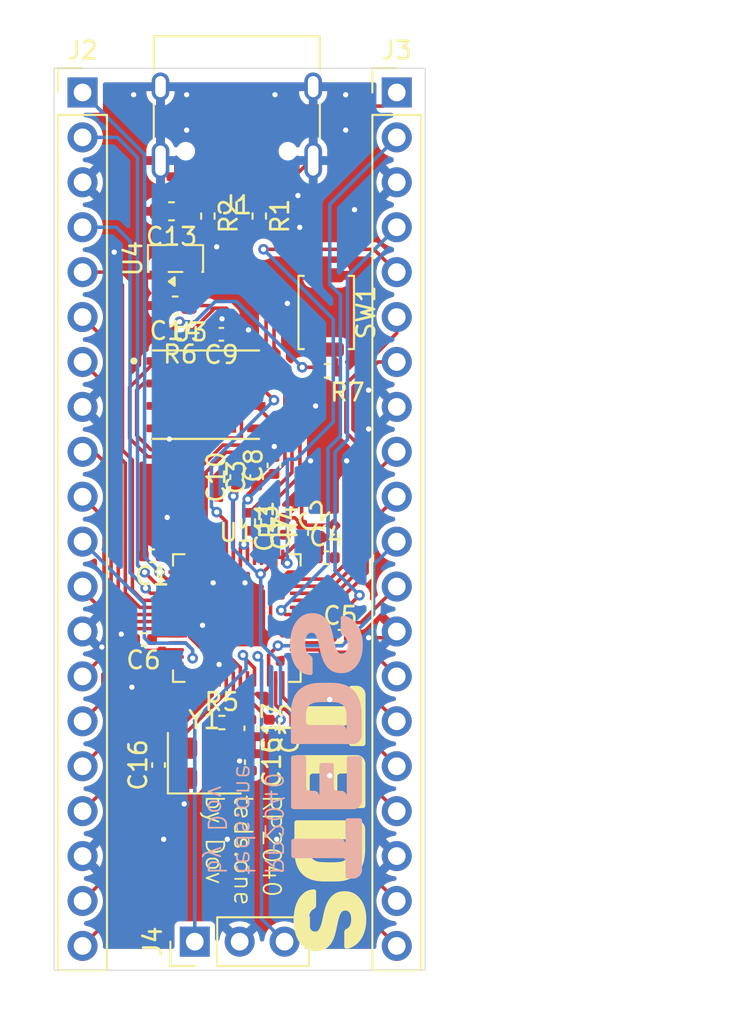
<source format=kicad_pcb>
(kicad_pcb (version 20241229) (generator "pcbnew") (generator_version "9.0")
  (layers (0 "F.Cu" signal) (2 "B.Cu" signal) (13 "F.Paste" user) (15 "B.Paste" user) (5 "F.SilkS" user "F.Silkscreen") (7 "B.SilkS" user "B.Silkscreen") (1 "F.Mask" user) (3 "B.Mask" user) (25 "Edge.Cuts" user))
  (net 0 "")
  (net 1 "+3V3")
  (net 2 "GND")
  (net 3 "+1V1")
  (net 4 "VBUS")
  (net 5 "Net-(C15-Pad2)")
  (net 6 "XIN")
  (net 7 "USB_D+")
  (net 8 "Net-(J1-CC1)")
  (net 9 "USB_D-")
  (net 10 "Net-(J1-CC2)")
  (net 11 "GPIO5")
  (net 12 "GPIO2")
  (net 13 "GPIO13")
  (net 14 "GPIO12")
  (net 15 "GPIO15")
  (net 16 "GPIO0")
  (net 17 "GPIO9")
  (net 18 "GPIO3")
  (net 19 "GPIO1")
  (net 20 "GPIO14")
  (net 21 "GPIO7")
  (net 22 "GPIO11")
  (net 23 "GPIO4")
  (net 24 "GPIO10")
  (net 25 "GPIO6")
  (net 26 "GPIO8")
  (net 27 "GPIO20")
  (net 28 "GPIO18")
  (net 29 "GPIO17")
  (net 30 "GPIO28_ADC2")
  (net 31 "RUN")
  (net 32 "GPIO23")
  (net 33 "GPIO24")
  (net 34 "GPIO21")
  (net 35 "GPIO27_ADC1")
  (net 36 "GPIO19")
  (net 37 "GPIO22")
  (net 38 "GPIO26_ADC0")
  (net 39 "GPIO16")
  (net 40 "GPIO29_ADC3")
  (net 41 "SWCLK")
  (net 42 "SWD")
  (net 43 "Net-(U1-USB_DP)")
  (net 44 "Net-(U1-USB_DM)")
  (net 45 "XOUT")
  (net 46 "QSPI_SS")
  (net 47 "Net-(R7-Pad1)")
  (net 48 "QSPI_SD3")
  (net 50 "QSPI_SD0")
  (net 51 "QSPI_SD1")
  (net 52 "QSPI_SD2")
  (net 53 "QSPI_SCLK")
  (footprint "Resistor_SMD:R_0402_1005Metric" (layer "F.Cu") (at 37.145 35.005 180)
    (property "Reference" "R6")
    (property "Value" "10K")
  )
  (footprint "Resistor_SMD:R_0402_1005Metric" (layer "F.Cu") (at 38.7 28.36 -90)
    (property "Reference" "R2")
    (property "Value" "5.1k")
  )
  (footprint "Capacitor_SMD:C_0603_1608Metric" (layer "F.Cu") (at 36.85 33.42 180)
    (property "Reference" "C14")
    (property "Value" "10uF")
  )
  (footprint "Resistor_SMD:R_0402_1005Metric" (layer "F.Cu") (at 41.61 28.36 -90)
    (property "Reference" "R1")
    (property "Value" "5.1k")
  )
  (footprint "Connector_PinHeader_2.54mm:PinHeader_1x20_P2.54mm_Vertical" (layer "F.Cu") (at 31.61 21.37)
    (property "Reference" "J2")
    (property "Value" "Conn_01x20")
  )
  (footprint "Capacitor_SMD:C_0402_1005Metric" (layer "F.Cu") (at 41.46 43.12 90)
    (property "Reference" "C3")
    (property "Value" "0.1uF")
  )
  (footprint "W25Q16JVZPIQ:SON127P500X600X80-9N" (layer "F.Cu") (at 38.6 38.46)
    (property "Reference" "U3")
    (property "Value" "W25Q16JVZPIQ")
  )
  (footprint "Connector_USB:USB_C_Receptacle_HRO_TYPE-C-31-M-12" (layer "F.Cu") (at 40.34 22.09 180)
    (property "Reference" "J1")
    (property "Value" "USB_C_Receptacle_USB2.0_14P")
  )
  (footprint "Capacitor_SMD:C_0603_1608Metric" (layer "F.Cu") (at 36.645 28.09 180)
    (property "Reference" "C13")
    (property "Value" "10uF")
  )
  (footprint "Capacitor_SMD:C_0402_1005Metric" (layer "F.Cu") (at 35.55 47.57 180)
    (property "Reference" "C1")
    (property "Value" "1uF")
  )
  (footprint "Connector_PinHeader_2.54mm:PinHeader_1x03_P2.54mm_Vertical" (layer "F.Cu") (at 37.96 69.39 90)
    (property "Reference" "J4")
    (property "Value" "Conn_01x03")
  )
  (footprint "Package_TO_SOT_SMD:SOT-23" (layer "F.Cu") (at 36.87 30.76 90)
    (property "Reference" "U4")
    (property "Value" "MCP1700x-330xxTT")
  )
  (footprint "Capacitor_SMD:C_0402_1005Metric" (layer "F.Cu") (at 43.07 45.9 90)
    (property "Reference" "C11")
    (property "Value" "0.1uF")
  )
  (footprint "Capacitor_SMD:C_0402_1005Metric" (layer "F.Cu") (at 45.4 47.68)
    (property "Reference" "C4")
    (property "Value" "0.1uF")
  )
  (footprint "Resistor_SMD:R_0402_1005Metric" (layer "F.Cu") (at 40.99 45.65 -90)
    (property "Reference" "R3")
    (property "Value" "27")
  )
  (footprint "Capacitor_SMD:C_0402_1005Metric" (layer "F.Cu") (at 42.44 42.46 90)
    (property "Reference" "C8")
    (property "Value" "0.1uF")
  )
  (footprint "Capacitor_SMD:C_0402_1005Metric" (layer "F.Cu") (at 41.16 59.24 -90)
    (property "Reference" "C15")
    (property "Value" "33pF")
  )
  (footprint "Resistor_SMD:R_0402_1005Metric" (layer "F.Cu") (at 39.49 57)
    (property "Reference" "R5")
    (property "Value" "1K")
  )
  (footprint "Connector_PinHeader_2.54mm:PinHeader_1x20_P2.54mm_Vertical" (layer "F.Cu") (at 49.39 21.37)
    (property "Reference" "J3")
    (property "Value" "Conn_01x20")
  )
  (footprint "Capacitor_SMD:C_0402_1005Metric" (layer "F.Cu") (at 46.2 52.12)
    (property "Reference" "C5")
    (property "Value" "0.1uF")
  )
  (footprint "Resistor_SMD:R_0402_1005Metric" (layer "F.Cu") (at 42.09 45.65 -90)
    (property "Reference" "R4")
    (property "Value" "27")
  )
  (footprint "Crystal:Crystal_SMD_3225-4Pin_3.2x2.5mm" (layer "F.Cu") (at 38.5 59.3)
    (property "Reference" "Y1")
    (property "Value" "12 MHz")
  )
  (footprint "Package_DFN_QFN:QFN-56-1EP_7x7mm_P0.4mm_EP3.2x3.2mm" (layer "F.Cu") (at 40.34 51.09)
    (property "Reference" "U1")
    (property "Value" "RP2040")
  )
  (footprint "Capacitor_SMD:C_0402_1005Metric" (layer "F.Cu") (at 35.06 52.31 180)
    (property "Reference" "C6")
    (property "Value" "0.1uF")
  )
  (footprint "Capacitor_SMD:C_0402_1005Metric" (layer "F.Cu") (at 44.01 46.29 90)
    (property "Reference" "C7")
    (property "Value" "0.1uF")
  )
  (footprint "Capacitor_SMD:C_0402_1005Metric" (layer "F.Cu") (at 42.17 57.32 -90)
    (property "Reference" "C12")
    (property "Value" "0.1uF")
  )
  (footprint "Capacitor_SMD:C_0402_1005Metric" (layer "F.Cu") (at 45.509411 46.180589 45)
    (property "Reference" "C2")
    (property "Value" "0.1uF")
  )
  (footprint "Capacitor_SMD:C_0402_1005Metric" (layer "F.Cu") (at 35.91 59.4 90)
    (property "Reference" "C16")
    (property "Value" "33pF")
  )
  (footprint "Capacitor_SMD:C_0402_1005Metric" (layer "F.Cu") (at 39.465 35.045 180)
    (property "Reference" "C9")
    (property "Value" "0.1uF")
  )
  (footprint "Capacitor_SMD:C_0402_1005Metric" (layer "F.Cu") (at 41.13 57.32 -90)
    (property "Reference" "C17")
    (property "Value" "0.1uF")
  )
  (footprint "Button_Switch_SMD:SW_Push_SPST_NO_Alps_SKRK" (layer "F.Cu") (at 45.4 33.81 -90)
    (property "Reference" "SW1")
    (property "Value" "SW_Push")
  )
  (footprint "Resistor_SMD:R_0402_1005Metric" (layer "F.Cu") (at 45.47 37.11 180)
    (property "Reference" "R7")
    (property "Value" "1K")
  )
  (footprint "Capacitor_SMD:C_0402_1005Metric" (layer "F.Cu") (at 40.33 43.12 90)
    (property "Reference" "C10")
    (property "Value" "1uF")
  )
  (gr_poly (pts (xy 47.666304 68.185648) (xy 47.664803 68.233749) (xy 47.662306 68.282277) (xy 47.658819 68.331243) (xy 47.654346 68.380656) (xy 47.648891 68.430524) (xy 47.642459 68.480857) (xy 47.635056 68.531665) (xy 47.626536 68.582528) (xy 47.61675 68.633024) (xy 47.6057 68.683157) (xy 47.593384 68.732931) (xy 47.579804 68.782352) (xy 47.564958 68.831424) (xy 47.548847 68.880152) (xy 47.531472 68.928541) (xy 47.512756 68.976221) (xy 47.492621 69.023115) (xy 47.471064 69.069218) (xy 47.448078 69.114527) (xy 47.42366 69.159035) (xy 47.397805 69.202738) (xy 47.370509 69.245632) (xy 47.341765 69.287712) (xy 47.326841 69.308367) (xy 47.311535 69.328659) (xy 47.295847 69.34859) (xy 47.279778 69.36816) (xy 47.263328 69.387369) (xy 47.246497 69.406219) (xy 47.229284 69.424709) (xy 47.21169 69.44284) (xy 47.193714 69.460614) (xy 47.175357 69.478029) (xy 47.156619 69.495088) (xy 47.137499 69.511791) (xy 47.117998 69.528138) (xy 47.098115 69.544129) (xy 47.077851 69.559766) (xy 47.057206 69.575049) (xy 47.025557 69.598764) (xy 46.993862 69.621092) (xy 46.962121 69.642033) (xy 46.930336 69.661587) (xy 46.898507 69.679752) (xy 46.866634 69.696528) (xy 46.834718 69.711915) (xy 46.80276 69.725911) (xy 46.770759 69.738517) (xy 46.738718 69.749732) (xy 46.706636 69.759555) (xy 46.674513 69.767986) (xy 46.642351 69.775024) (xy 46.61015 69.780668) (xy 46.577911 69.784918) (xy 46.545634 69.787773) (xy 46.539923 69.787629) (xy 46.53425 69.787196) (xy 46.528617 69.786473) (xy 46.523025 69.78546) (xy 46.517474 69.784157) (xy 46.511966 69.782562) (xy 46.506503 69.780676) (xy 46.501085 69.778497) (xy 46.495713 69.776025) (xy 46.490389 69.773259) (xy 46.485114 69.770199) (xy 46.479889 69.766845) (xy 46.474715 69.763195) (xy 46.469594 69.759249) (xy 46.464526 69.755006) (xy 46.459512 69.750467) (xy 46.454615 69.745746) (xy 46.450042 69.74096) (xy 46.445792 69.73611) (xy 46.441864 69.731194) (xy 46.438257 69.726213) (xy 46.43497 69.721167) (xy 46.432001 69.716055) (xy 46.42935 69.710879) (xy 46.427015 69.705637) (xy 46.424995 69.700331) (xy 46.423289 69.694959) (xy 46.421896 69.689522) (xy 46.420814 69.68402) (xy 46.420043 69.678453) (xy 46.419582 69.67282) (xy 46.419428 69.667123) (xy 46.419428 68.862261) (xy 46.419833 68.847359) (xy 46.421046 68.832867) (xy 46.42307 68.818782) (xy 46.425902 68.805105) (xy 46.429544 68.791834) (xy 46.433994 68.77897) (xy 46.439255 68.766512) (xy 46.445324 68.754459) (xy 46.452203 68.742811) (xy 46.459891 68.731567) (xy 46.468388 68.720726) (xy 46.477694 68.710289) (xy 46.48781 68.700253) (xy 46.498735 68.690619) (xy 46.510469 68.681387) (xy 46.523012 68.672555) (xy 46.537983 68.667811) (xy 46.552684 68.662212) (xy 46.567114 68.655758) (xy 46.581272 68.648451) (xy 46.595159 68.64029) (xy 46.608772 68.631276) (xy 46.622113 68.62141) (xy 46.635179 68.610692) (xy 46.647971 68.599123) (xy 46.660488 68.586703) (xy 46.67273 68.573434) (xy 46.684695 68.559315) (xy 46.696384 68.544347) (xy 46.707796 68.528532) (xy 46.718929 68.511868) (xy 46.729784 68.494358) (xy 46.739518 68.474759) (xy 46.748629 68.454806) (xy 46.757115 68.434499) (xy 46.764976 68.413836) (xy 46.772211 68.392817) (xy 46.778821 68.371443) (xy 46.784803 68.349711) (xy 46.790159 68.327621) (xy 46.794886 68.305173) (xy 46.798985 68.282367) (xy 46.802455 68.259201) (xy 46.805296 68.235676) (xy 46.807506 68.21179) (xy 46.809085 68.187543) (xy 46.810034 68.162934) (xy 46.81035 68.137963) (xy 46.810164 68.116345) (xy 46.809612 68.094648) (xy 46.808696 68.072867) (xy 46.807423 68.050998) (xy 46.805796 68.029036) (xy 46.80382 68.006976) (xy 46.8015 67.984814) (xy 46.79884 67.962545) (xy 46.79731 67.951443) (xy 46.795549 67.940461) (xy 46.793558 67.929598) (xy 46.791337 67.918852) (xy 46.788888 67.908222) (xy 46.786213 67.897707) (xy 46.783312 67.887306) (xy 46.780187 67.877018) (xy 46.776839 67.866842) (xy 46.773268 67.856776) (xy 46.769477 67.846819) (xy 46.765466 67.836971) (xy 46.761236 67.827229) (xy 46.756789 67.817593) (xy 46.752125 67.808062) (xy 46.747247 67.798635) (xy 46.742089 67.789375) (xy 46.736735 67.780347) (xy 46.731185 67.77155) (xy 46.725437 67.762984) (xy 46.719492 67.754649) (xy 46.713349 67.746543) (xy 46.707007 67.738666) (xy 46.700465 67.731017) (xy 46.693723 67.723597) (xy 46.686781 67.716404) (xy 46.679638 67.709437) (xy 46.672293 67.702697) (xy 46.664746 67.696182) (xy 46.656996 67.689892) (xy 46.649042 67.683827) (xy 46.640884 67.677985) (xy 46.63248 67.672432) (xy 46.623787 67.667233) (xy 46.614804 67.662389) (xy 46.605531 67.6579) (xy 46.595968 67.653766) (xy 46.586113 67.649989) (xy 46.575966 67.646569) (xy 46.565527 67.643506) (xy 46.554795 67.640802) (xy 46.54377 67.638456) (xy 46.53245 67.63647) (xy 46.520836 67.634843) (xy 46.508926 67.633577) (xy 46.49672 67.632672) (xy 46.484218 67.632128) (xy 46.471418 67.631947) (xy 46.451503 67.632621) (xy 46.43209 67.634644) (xy 46.413178 67.638016) (xy 46.394766 67.642737) (xy 46.376854 67.648806) (xy 46.359442 67.656225) (xy 46.342528 67.664992) (xy 46.326113 67.675107) (xy 46.310195 67.686572) (xy 46.294774 67.699385) (xy 46.27985 67.713547) (xy 46.265422 67.729058) (xy 46.251489 67.745917) (xy 46.238051 67.764125) (xy 46.225106 67.783682) (xy 46.212656 67.804588) (xy 46.201103 67.827331) (xy 46.189512 67.8524) (xy 46.177883 67.879798) (xy 46.166215 67.909524) (xy 46.154508 67.94158) (xy 46.14276 67.975968) (xy 46.119142 68.051741) (xy 46.095357 68.136854) (xy 46.071399 68.231315) (xy 46.047265 68.335134) (xy 46.02295 68.448319) (xy 45.995795 68.583238) (xy 45.966147 68.717748) (xy 45.934044 68.851885) (xy 45.899522 68.985688) (xy 45.880583 69.051564) (xy 45.859778 69.115547) (xy 45.837105 69.177641) (xy 45.812556 69.237852) (xy 45.786129 69.296185) (xy 45.757819 69.352642) (xy 45.72762 69.407231) (xy 45.695528 69.459954) (xy 45.678701 69.485543) (xy 45.661262 69.510519) (xy 45.643211 69.534882) (xy 45.624549 69.558633) (xy 45.605279 69.581773) (xy 45.5854 69.604301) (xy 45.564914 69.626219) (xy 45.543822 69.647527) (xy 45.522126 69.668226) (xy 45.499827 69.688316) (xy 45.476925 69.707798) (xy 45.453422 69.726673) (xy 45.429319 69.74494) (xy 45.404617 69.762601) (xy 45.379318 69.779657) (xy 45.353422 69.796107) (xy 45.326698 69.811753) (xy 45.299061 69.826393) (xy 45.270512 69.840028) (xy 45.24105 69.852656) (xy 45.210674 69.864277) (xy 45.179383 69.874891) (xy 45.147178 69.884497) (xy 45.114056 69.893094) (xy 45.080019 69.900682) (xy 45.045064 69.90726) (xy 45.009193 69.912828) (xy 44.972403 69.917384) (xy 44.934695 69.920929) (xy 44.896067 69.923462) (xy 44.85652 69.924982) (xy 44.816053 69.925489) (xy 44.816053 69.926285) (xy 44.772651 69.925643) (xy 44.730104 69.923718) (xy 44.688411 69.920511) (xy 44.647573 69.916022) (xy 44.607588 69.910251) (xy 44.568456 69.9032) (xy 44.530176 69.894869) (xy 44.492748 69.885258) (xy 44.456171 69.874368) (xy 44.420445 69.862199) (xy 44.385568 69.848753) (xy 44.351541 69.83403) (xy 44.318363 69.81803) (xy 44.286033 69.800754) (xy 44.25455 69.782202) (xy 44.223915 69.762376) (xy 44.194066 69.741563) (xy 44.164941 69.720052) (xy 44.136541 69.697844) (xy 44.108865 69.674939) (xy 44.081912 69.651335) (xy 44.055681 69.627035) (xy 44.030173 69.602036) (xy 44.005386 69.57634) (xy 43.98132 69.549946) (xy 43.957974 69.522855) (xy 43.935348 69.495066) (xy 43.913441 69.466579) (xy 43.892253 69.437395) (xy 43.871782 69.407513) (xy 43.85203 69.376933) (xy 43.832993 69.345656) (xy 43.814641 69.313807) (xy 43.79694 69.281511) (xy 43.77989 69.248767) (xy 43.763491 69.215574) (xy 43.747743 69.181933) (xy 43.732646 69.147843) (xy 43.7182 69.113302) (xy 43.704406 69.078311) (xy 43.691262 69.042869) (xy 43.67877 69.006975) (xy 43.666929 68.970629) (xy 43.655739 68.93383) (xy 43.6452 68.896578) (xy 43.635312 68.858871) (xy 43.626076 68.82071) (xy 43.61749 68.782094) (xy 43.601994 68.704685) (xy 43.588549 68.627834) (xy 43.57716 68.551541) (xy 43.567831 68.475806) (xy 43.560567 68.400629) (xy 43.555373 68.32601) (xy 43.552253 68.251949) (xy 43.551212 68.178447) (xy 43.552106 68.10557) (xy 43.55479 68.03321) (xy 43.55927 67.9611) (xy 43.565549 67.888977) (xy 43.573633 67.816574) (xy 43.583526 67.743627) (xy 43.595233 67.669871) (xy 43.608759 67.595041) (xy 43.624273 67.520348) (xy 43.642239 67.44718) (xy 43.662651 67.375538) (xy 43.685505 67.305421) (xy 43.710795 67.236829) (xy 43.738518 67.169764) (xy 43.768669 67.104223) (xy 43.801243 67.040208) (xy 43.81847 67.008908) (xy 43.836367 66.978259) (xy 43.854935 66.948261) (xy 43.874175 66.918914) (xy 43.894087 66.890218) (xy 43.914671 66.862173) (xy 43.935929 66.83478) (xy 43.95786 66.808037) (xy 43.980466 66.781946) (xy 44.003746 66.756505) (xy 44.027703 66.731716) (xy 44.052335 66.707578) (xy 44.077644 66.684091) (xy 44.10363 66.661255) (xy 44.130294 66.63907) (xy 44.157637 66.617537) (xy 44.185733 66.596924) (xy 44.214657 66.577502) (xy 44.244409 66.559271) (xy 44.274988 66.54223) (xy 44.306396 66.52638) (xy 44.338631 66.51172) (xy 44.371694 66.498251) (xy 44.405585 66.485973) (xy 44.440304 66.474885) (xy 44.47585 66.464988) (xy 44.512225 66.456282) (xy 44.549427 66.448766) (xy 44.587457 66.442441) (xy 44.626315 66.437306) (xy 44.666001 66.433362) (xy 44.706515 66.430609) (xy 44.71292 66.430753) (xy 44.719185 66.431187) (xy 44.725312 66.431909) (xy 44.731301 66.432922) (xy 44.737153 66.434226) (xy 44.742869 66.43582) (xy 44.748448 66.437707) (xy 44.753892 66.439886) (xy 44.759201 66.442358) (xy 44.764376 66.445124) (xy 44.769417 66.448184) (xy 44.774325 66.451538) (xy 44.7791 66.455188) (xy 44.783744 66.459134) (xy 44.788256 66.463376) (xy 44.792637 66.467916) (xy 44.796818 66.47266) (xy 44.80073 66.477515) (xy 44.804371 66.482482) (xy 44.807743 66.487561) (xy 44.810845 66.492751) (xy 44.813678 66.498053) (xy 44.81624 66.503467) (xy 44.818533 66.508992) (xy 44.820556 66.514629) (xy 44.82231 66.520378) (xy 44.823793 66.526238) (xy 44.825007 66.53221) (xy 44.825951 66.538293) (xy 44.826626 66.544488) (xy 44.827031 66.550795) (xy 44.827165 66.557213) (xy 44.827165 67.32199) (xy 44.827072 67.330491) (xy 44.826793 67.338727) (xy 44.826328 67.346693) (xy 44.825677 67.354385) (xy 44.82484 67.361797) (xy 44.823817 67.368926) (xy 44.822607 67.375767) (xy 44.821212 67.382315) (xy 44.819649 67.388677) (xy 44.817932 67.394965) (xy 44.816057 67.401179) (xy 44.814019 67.407318) (xy 44.811814 67.413383) (xy 44.809436 67.419373) (xy 44.806882 67.425289) (xy 44.804146 67.43113) (xy 44.801114 67.436191) (xy 44.79782 67.441398) (xy 44.794263 67.44675) (xy 44.790442 67.452246) (xy 44.786356 67.457884) (xy 44.782004 67.463662) (xy 44.777384 67.469578) (xy 44.772496 67.475631) (xy 44.767338 67.481819) (xy 44.761909 67.488139) (xy 44.750233 67.501173) (xy 44.737461 67.514719) (xy 44.723581 67.528762) (xy 44.701047 67.540575) (xy 44.679435 67.553094) (xy 44.658743 67.566317) (xy 44.638972 67.580244) (xy 44.620122 67.594873) (xy 44.602193 67.610204) (xy 44.585185 67.626234) (xy 44.569097 67.642963) (xy 44.553931 67.660389) (xy 44.539685 67.678512) (xy 44.52636 67.697331) (xy 44.513956 67.716843) (xy 44.502473 67.737049) (xy 44.491911 67.757946) (xy 44.48227 67.779534) (xy 44.47355 67.801811) (xy 44.465545 67.824489) (xy 44.458054 67.847279) (xy 44.451074 67.870182) (xy 44.444609 67.893199) (xy 44.438657 67.916329) (xy 44.433219 67.939573) (xy 44.428297 67.962933) (xy 44.423891 67.986409) (xy 44.42 68.01) (xy 44.416627 68.033709) (xy 44.41377 68.057535) (xy 44.411432 68.081479) (xy 44.409613 68.105541) (xy 44.408312 68.129723) (xy 44.407532 68.154024) (xy 44.407271 68.178446) (xy 44.407457 68.200418) (xy 44.408009 68.223181) (xy 44.408925 68.246744) (xy 44.410198 68.271116) (xy 44.411825 68.296307) (xy 44.413801 68.322326) (xy 44.416121 68.349182) (xy 44.418781 68.376884) (xy 44.422018 68.404602) (xy 44.426073 68.431795) (xy 44.430948 68.458458) (xy 44.43664 68.484585) (xy 44.443151 68.510174) (xy 44.450481 68.535218) (xy 44.45863 68.559713) (xy 44.467597 68.583655) (xy 44.472415 68.595389) (xy 44.477495 68.606927) (xy 44.482838 68.618268) (xy 44.488445 68.629413) (xy 44.494317 68.64036) (xy 44.500455 68.651109) (xy 44.506861 68.661658) (xy 44.513535 68.672009) (xy 44.520479 68.682159) (xy 44.527694 68.692109) (xy 44.535181 68.701858) (xy 44.542941 68.711405) (xy 44.550975 68.72075) (xy 44.559286 68.729892) (xy 44.567872 68.738831) (xy 44.576737 68.747565) (xy 44.585909 68.755927) (xy 44.595415 68.76375) (xy 44.605256 68.771033) (xy 44.615433 68.777777) (xy 44.625944 68.783981) (xy 44.636789 68.789646) (xy 44.64797 68.794771) (xy 44.659486 68.799357) (xy 44.671336 68.803403) (xy 44.683521 68.80691) (xy 44.696042 68.809877) (xy 44.708897 68.812305) (xy 44.722086 68.814193) (xy 44.735611 68.815542) (xy 44.749471 68.816351) (xy 44.763665 68.816621) (xy 44.782748 68.81617) (xy 44.801152 68.814817) (xy 44.818879 68.812563) (xy 44.835928 68.809409) (xy 44.8523 68.805354) (xy 44.867996 68.800401) (xy 44.883017 68.794548) (xy 44.897363 68.787797) (xy 44.911034 68.780149) (xy 44.924031 68.771604) (xy 44.936356 68.762162) (xy 44.948008 68.751824) (xy 44.958987 68.740591) (xy 44.969295 68.728464) (xy 44.978933 68.715442) (xy 44.9879 68.701527) (xy 45.004717 68.672618) (xy 45.020636 68.643341) (xy 45.035653 68.613702) (xy 45.049763 68.583705) (xy 45.062961 68.553354) (xy 45.075243 68.522655) (xy 45.086605 68.491611) (xy 45.09704 68.460228) (xy 45.105618 68.435225) (xy 45.114094 68.409037) (xy 45.122476 68.381667) (xy 45.130775 68.35312) (xy 45.138999 68.323402) (xy 45.147158 68.292516) (xy 45.155262 68.260468) (xy 45.163318 68.227262) (xy 45.179311 68.157009) (xy 45.195713 68.081361) (xy 45.212487 68.000281) (xy 45.229597 67.913731) (xy 45.243029 67.847913) (xy 45.257434 67.78262) (xy 45.272815 67.717857) (xy 45.289177 67.653629) (xy 45.306526 67.589941) (xy 45.324865 67.526797) (xy 45.3442 67.464201) (xy 45.364534 67.402159) (xy 45.386226 67.341234) (xy 45.409629 67.281992) (xy 45.434744 67.224444) (xy 45.46157 67.168598) (xy 45.490108 67.114463) (xy 45.520357 67.062049) (xy 45.552318 67.011366) (xy 45.58599 66.962422) (xy 45.603533 66.938609) (xy 45.621635 66.915391) (xy 45.640294 66.892765) (xy 45.659511 66.870731) (xy 45.679287 66.849288) (xy 45.699621 66.828435) (xy 45.720512 66.808169) (xy 45.741962 66.788491) (xy 45.76397 66.769399) (xy 45.786536 66.750892) (xy 45.80966 66.732968) (xy 45.833343 66.715627) (xy 45.857583 66.698868) (xy 45.882382 66.682688) (xy 45.907738 66.667087) (xy 45.933653 66.652065) (xy 45.960219 66.637791) (xy 45.987529 66.624439) (xy 46.015583 66.612007) (xy 46.044381 66.600496) (xy 46.073923 66.589906) (xy 46.10421 66.580237) (xy 46.135241 66.571488) (xy 46.167015 66.563661) (xy 46.199534 66.556754) (xy 46.232797 66.550769) (xy 46.266805 66.545704) (xy 46.301556 66.54156) (xy 46.337051 66.538337) (xy 46.373291 66.536035) (xy 46.410275 66.534653) (xy 46.448003 66.534193) (xy 46.494991 66.535012) (xy 46.541151 66.537468) (xy 46.586483 66.541563) (xy 46.630987 66.547296) (xy 46.674663 66.554669) (xy 46.717512 66.563682) (xy 46.759533 66.574335) (xy 46.800725 66.58663) (xy 46.84109 66.600567) (xy 46.880628 66.616146) (xy 46.919337 66.633367) (xy 46.957218 66.652233) (xy 46.994272 66.672742) (xy 47.030498 66.694896) (xy 47.065895 66.718695) (xy 47.100465 66.744141) (xy 47.134115 66.770841) (xy 47.16675 66.798556) (xy 47.198371 66.827284) (xy 47.228978 66.857026) (xy 47.258572 66.887782) (xy 47.287152 66.919553) (xy 47.314717 66.952337) (xy 47.341269 66.986135) (xy 47.366807 67.020946) (xy 47.391331 67.056772) (xy 47.414842 67.093612) (xy 47.437338 67.131465) (xy 47.45882 67.170332) (xy 47.479289 67.210214) (xy 47.498743 67.251109) (xy 47.517184 67.293017) (xy 47.535281 67.339433) (xy 47.552214 67.386704) (xy 47.567983 67.434829) (xy 47.582588 67.483809) (xy 47.596028 67.533642) (xy 47.608302 67.584328) (xy 47.61941 67.635866) (xy 47.629351 67.688256) (xy 47.638125 67.741497) (xy 47.645731 67.795588) (xy 47.652168 67.85053) (xy 47.657436 67.90632) (xy 47.661535 67.96296) (xy 47.664463 68.020448) (xy 47.66622 68.078783) (xy 47.666806 68.137966)) (fill yes) (layer "F.SilkS"))
  (gr_poly (pts (xy 47.615441 61.695768) (xy 47.614938 61.703431) (xy 47.614099 61.710943) (xy 47.612923 61.718303) (xy 47.611411 61.72551) (xy 47.60956 61.732561) (xy 47.607371 61.739457) (xy 47.604843 61.746196) (xy 47.601976 61.752777) (xy 47.598768 61.759198) (xy 47.59522 61.765459) (xy 47.591331 61.771559) (xy 47.5871 61.777495) (xy 47.582526 61.783268) (xy 47.577609 61.788876) (xy 47.572349 61.794317) (xy 47.566908 61.799512) (xy 47.5613 61.80438) (xy 47.555527 61.80892) (xy 47.549591 61.813131) (xy 47.543491 61.817012) (xy 47.53723 61.820562) (xy 47.530809 61.823779) (xy 47.524228 61.826662) (xy 47.517489 61.829211) (xy 47.510593 61.831423) (xy 47.503541 61.833298) (xy 47.496335 61.834835) (xy 47.488975 61.836033) (xy 47.481463 61.836889) (xy 47.4738 61.837404) (xy 47.465987 61.837576) (xy 46.896868 61.837576) (xy 46.889092 61.837418) (xy 46.881539 61.836944) (xy 46.874209 61.836155) (xy 46.867102 61.835052) (xy 46.860219 61.833635) (xy 46.853559 61.831904) (xy 46.847122 61.829861) (xy 46.840909 61.827505) (xy 46.834918 61.824838) (xy 46.829151 61.82186) (xy 46.823607 61.818571) (xy 46.818287 61.814973) (xy 46.813189 61.811065) (xy 46.808315 61.806849) (xy 46.803664 61.802324) (xy 46.799237 61.797492) (xy 46.794339 61.792325) (xy 46.789766 61.786942) (xy 46.785516 61.781343) (xy 46.781588 61.775527) (xy 46.777981 61.769493) (xy 46.774694 61.763238) (xy 46.771725 61.756763) (xy 46.769074 61.750065) (xy 46.766739 61.743145) (xy 46.764719 61.736) (xy 46.763014 61.728629) (xy 46.76162 61.721031) (xy 46.760539 61.713206) (xy 46.759768 61.705152) (xy 46.759306 61.696867) (xy 46.759152 61.688351) (xy 46.759152 59.567055) (xy 46.758771 59.584124) (xy 46.757627 59.600803) (xy 46.75572 59.617094) (xy 46.75305 59.632998) (xy 46.749618 59.648516) (xy 46.745423 59.663649) (xy 46.740465 59.678398) (xy 46.734745 59.692765) (xy 46.728261 59.70675) (xy 46.721015 59.720355) (xy 46.713006 59.733581) (xy 46.704235 59.74643) (xy 46.694701 59.758901) (xy 46.684403 59.770997) (xy 46.673344 59.782719) (xy 46.661521 59.794067) (xy 46.649248 59.80488) (xy 46.636835 59.814996) (xy 46.624284 59.824414) (xy 46.611596 59.833134) (xy 46.59877 59.841157) (xy 46.585807 59.848482) (xy 46.572709 59.85511) (xy 46.559475 59.86104) (xy 46.546106 59.866272) (xy 46.532603 59.870807) (xy 46.518966 59.874644) (xy 46.505196 59.877783) (xy 46.491293 59.880225) (xy 46.477259 59.881969) (xy 46.463093 59.883015) (xy 46.448796 59.883364) (xy 46.207496 59.883364) (xy 46.199627 59.883532) (xy 46.191796 59.884034) (xy 46.184005 59.884873) (xy 46.176255 59.886049) (xy 46.168546 59.887562) (xy 46.16088 59.889412) (xy 46.153259 59.891601) (xy 46.145683 59.894129) (xy 46.138153 59.896997) (xy 46.130671 59.900204) (xy 46.123238 59.903752) (xy 46.115855 59.907641) (xy 46.108523 59.911873) (xy 46.101244 59.916446) (xy 46.094017 59.921363) (xy 46.086846 59.926623) (xy 46.079856 59.932153) (xy 46.073321 59.938027) (xy 46.06724 59.944243) (xy 46.061614 59.950802) (xy 46.05644 59.957702) (xy 46.05172 59.964944) (xy 46.047452 59.972527) (xy 46.043636 59.98045) (xy 46.040271 59.988712) (xy 46.037357 59.997313) (xy 46.034892 60.006252) (xy 46.032877 60.01553) (xy 46.031311 60.025144) (xy 46.030193 60.035095) (xy 46.029522 60.045382) (xy 46.029299 60.056004) (xy 46.029299 61.309336) (xy 46.029132 61.317149) (xy 46.028629 61.324812) (xy 46.02779 61.332324) (xy 46.026614 61.339684) (xy 46.025101 61.34689) (xy 46.023251 61.353942) (xy 46.021062 61.360838) (xy 46.018534 61.367577) (xy 46.015667 61.374158) (xy 46.012459 61.380579) (xy 46.008911 61.38684) (xy 46.005022 61.39294) (xy 46.00079 61.398876) (xy 45.996217 61.404649) (xy 45.9913 61.410256) (xy 45.98604 61.415698) (xy 45.980599 61.420892) (xy 45.974991 61.425761) (xy 45.969218 61.430301) (xy 45.963282 61.434512) (xy 45.957182 61.438393) (xy 45.950921 61.441943) (xy 45.944499 61.44516) (xy 45.937919 61.448043) (xy 45.93118 61.450591) (xy 45.924284 61.452804) (xy 45.917232 61.454679) (xy 45.910026 61.456216) (xy 45.902666 61.457413) (xy 45.895154 61.45827) (xy 45.887491 61.458785) (xy 45.879677 61.458957) (xy 45.362152 61.458957) (xy 45.354339 61.458789) (xy 45.346676 61.458286) (xy 45.339164 61.457447) (xy 45.331804 61.456272) (xy 45.324597 61.454759) (xy 45.317546 61.452908) (xy 45.31065 61.450719) (xy 45.303911 61.448192) (xy 45.29733 61.445324) (xy 45.290909 61.442117) (xy 45.284648 61.438569) (xy 45.278548 61.434679) (xy 45.272611 61.430448) (xy 45.266839 61.425874) (xy 45.261231 61.420958) (xy 45.25579 61.415698) (xy 45.250595 61.410256) (xy 45.245727 61.404649) (xy 45.241187 61.398876) (xy 45.236975 61.392939) (xy 45.233095 61.38684) (xy 45.229545 61.380579) (xy 45.226328 61.374158) (xy 45.223445 61.367577) (xy 45.220896 61.360838) (xy 45.218684 61.353942) (xy 45.216808 61.34689) (xy 45.215271 61.339684) (xy 45.214074 61.332324) (xy 45.213217 61.324812) (xy 45.212702 61.317149) (xy 45.212531 61.309336) (xy 45.212531 59.567451) (xy 45.212172 59.583813) (xy 45.211097 59.599859) (xy 45.209305 59.61559) (xy 45.206795 59.631007) (xy 45.203566 59.64611) (xy 45.199617 59.660899) (xy 45.19495 59.675376) (xy 45.189562 59.68954) (xy 45.183452 59.703393) (xy 45.176622 59.716934) (xy 45.169069 59.730166) (xy 45.160794 59.743087) (xy 45.151796 59.755699) (xy 45.142074 59.768003) (xy 45.131627 59.779998) (xy 45.120455 59.791686) (xy 45.108837 59.802792) (xy 45.097051 59.81319) (xy 45.085094 59.822879) (xy 45.072967 59.831857) (xy 45.060667 59.840124) (xy 45.048195 59.847678) (xy 45.035548 59.854518) (xy 45.022725 59.860643) (xy 45.009726 59.866051) (xy 44.996548 59.870743) (xy 44.983192 59.874716) (xy 44.969655 59.877969) (xy 44.955937 59.880501) (xy 44.942037 59.882311) (xy 44.927953 59.883398) (xy 44.913684 59.883761) (xy 44.643412 59.883761) (xy 44.635543 59.883937) (xy 44.627712 59.884469) (xy 44.619921 59.885356) (xy 44.612171 59.886601) (xy 44.604462 59.888203) (xy 44.596796 59.890165) (xy 44.589175 59.892487) (xy 44.581599 59.895171) (xy 44.574069 59.898217) (xy 44.566587 59.901628) (xy 44.559154 59.905403) (xy 44.551771 59.909545) (xy 44.544439 59.914055) (xy 44.53716 59.918932) (xy 44.529933 59.92418) (xy 44.522762 59.929798) (xy 44.515772 59.935663) (xy 44.509236 59.941799) (xy 44.503156 59.948205) (xy 44.497529 59.954882) (xy 44.492356 59.961832) (xy 44.487636 59.969054) (xy 44.483368 59.97655) (xy 44.479552 59.984319) (xy 44.476187 59.992363) (xy 44.473273 60.000682) (xy 44.470808 60.009276) (xy 44.468793 60.018147) (xy 44.467227 60.027294) (xy 44.466109 60.036718) (xy 44.465438 60.046421) (xy 44.465215 60.056402) (xy 44.465215 61.735183) (xy 44.465069 61.744376) (xy 44.464629 61.753279) (xy 44.463897 61.761891) (xy 44.462872 61.770212) (xy 44.461554 61.778242) (xy 44.459944 61.785982) (xy 44.458041 61.79343) (xy 44.455845 61.800586) (xy 44.453357 61.807452) (xy 44.450577 61.814026) (xy 44.447504 61.820309) (xy 44.44414 61.8263) (xy 44.440483 61.832) (xy 44.436534 61.837408) (xy 44.432293 61.842525) (xy 44.42776 61.847349) (xy 44.422935 61.851882) (xy 44.417819 61.856123) (xy 44.412411 61.860072) (xy 44.406711 61.863729) (xy 44.40072 61.867094) (xy 44.394437 61.870166) (xy 44.387863 61.872947) (xy 44.380997 61.875435) (xy 44.37384 61.87763) (xy 44.366392 61.879533) (xy 44.358653 61.881144) (xy 44.350623 61.882461) (xy 44.342302 61.883486) (xy 44.33369 61.884219) (xy 44.324787 61.884658) (xy 44.315593 61.884805) (xy 43.752031 61.884805) (xy 43.743524 61.884637) (xy 43.735268 61.884134) (xy 43.727262 61.883295) (xy 43.719506 61.88212) (xy 43.711998 61.880607) (xy 43.704739 61.878756) (xy 43.697727 61.876567) (xy 43.690962 61.874039) (xy 43.684444 61.871172) (xy 43.678171 61.867965) (xy 43.672144 61.864417) (xy 43.666362 61.860527) (xy 43.660824 61.856296) (xy 43.655529 61.851722) (xy 43.650478 61.846806) (xy 43.645669 61.841545) (xy 43.641129 61.836104) (xy 43.636887 61.830497) (xy 43.632941 61.824724) (xy 43.629291 61.818787) (xy 43.625937 61.812688) (xy 43.622877 61.806427) (xy 43.620111 61.800005) (xy 43.617639 61.793425) (xy 43.61546 61.786686) (xy 43.613574 61.77979) (xy 43.611979 61.772738) (xy 43.610675 61.765532) (xy 43.609662 61.758172) (xy 43.60894 61.75066) (xy 43.608506 61.742997) (xy 43.608362 61.735183) (xy 43.608362 58.987221) (xy 43.60853 58.980063) (xy 43.609033 58.973026) (xy 43.609872 58.966108) (xy 43.611047 58.95931) (xy 43.61256 58.95263) (xy 43.614411 58.946068) (xy 43.6166 58.939623) (xy 43.619127 58.933296) (xy 43.621995 58.927084) (xy 43.625202 58.920989) (xy 43.62875 58.915008) (xy 43.63264 58.909142) (xy 43.636871 58.90339) (xy 43.641445 58.897752) (xy 43.646361 58.892226) (xy 43.651621 58.886812) (xy 43.65704 58.881617) (xy 43.662578 58.876749) (xy 43.668237 58.872209) (xy 43.674014 58.867998) (xy 43.67991 58.864117) (xy 43.685924 58.860567) (xy 43.692056 58.85735) (xy 43.698304 58.854467) (xy 43.704669 58.851918) (xy 43.711149 58.849706) (xy 43.717744 58.84783) (xy 43.724454 58.846294) (xy 43.731278 58.845096) (xy 43.738215 58.844239) (xy 43.745266 58.843725) (xy 43.752428 58.843553) (xy 43.752428 58.841964) (xy 47.115546 58.841964) (xy 47.142554 58.842546) (xy 47.168956 58.844291) (xy 47.194753 58.847202) (xy 47.219943 58.851278) (xy 47.244526 58.856522) (xy 47.268502 58.862935) (xy 47.29187 58.870517) (xy 47.314629 58.87927) (xy 47.336778 58.889196) (xy 47.358318 58.900294) (xy 47.379248 58.912567) (xy 47.399566 58.926015) (xy 47.419273 58.94064) (xy 47.438367 58.956442) (xy 47.456849 58.973424) (xy 47.474718 58.991586) (xy 47.491801 59.010468) (xy 47.507777 59.02976) (xy 47.522648 59.049459) (xy 47.536413 59.069566) (xy 47.549074 59.090079) (xy 47.560631 59.111) (xy 47.571085 59.132326) (xy 47.580435 59.154057) (xy 47.588684 59.176192) (xy 47.595831 59.198732) (xy 47.601876 59.221675) (xy 47.606821 59.245022) (xy 47.610667 59.26877) (xy 47.613412 59.29292) (xy 47.61506 59.317471) (xy 47.615608 59.342423) (xy 47.615608 61.687955)) (fill yes) (layer "F.SilkS"))
  (gr_poly (pts (xy 47.621562 58.18077) (xy 47.621394 58.188584) (xy 47.620891 58.196247) (xy 47.620052 58.203759) (xy 47.618877 58.211119) (xy 47.617364 58.218325) (xy 47.615513 58.225377) (xy 47.613324 58.232273) (xy 47.610796 58.239012) (xy 47.607929 58.245593) (xy 47.604722 58.252014) (xy 47.601173 58.258275) (xy 47.597284 58.264375) (xy 47.593053 58.270311) (xy 47.588479 58.276084) (xy 47.583563 58.281692) (xy 47.578302 58.287133) (xy 47.572884 58.292328) (xy 47.567346 58.297196) (xy 47.561687 58.301736) (xy 47.55591 58.305947) (xy 47.550014 58.309828) (xy 47.544 58.313378) (xy 47.537868 58.316595) (xy 47.53162 58.319478) (xy 47.525255 58.322027) (xy 47.518775 58.324239) (xy 47.51218 58.326114) (xy 47.50547 58.327651) (xy 47.498646 58.328849) (xy 47.491708 58.329705) (xy 47.484658 58.33022) (xy 47.477496 58.330392) (xy 46.833765 58.330392) (xy 46.825965 58.330225) (xy 46.818342 58.329722) (xy 46.810896 58.328883) (xy 46.803627 58.327707) (xy 46.796534 58.326194) (xy 46.789619 58.324344) (xy 46.782879 58.322155) (xy 46.776317 58.319627) (xy 46.769931 58.31676) (xy 46.763722 58.313552) (xy 46.75769 58.310004) (xy 46.751835 58.306115) (xy 46.746156 58.301883) (xy 46.740654 58.29731) (xy 46.735329 58.292393) (xy 46.73018 58.287133) (xy 46.725283 58.281692) (xy 46.72071 58.276084) (xy 46.71646 58.270311) (xy 46.712532 58.264375) (xy 46.708925 58.258275) (xy 46.705638 58.252014) (xy 46.702669 58.245593) (xy 46.700018 58.239012) (xy 46.697683 58.232273) (xy 46.695663 58.225377) (xy 46.693957 58.218325) (xy 46.692564 58.211119) (xy 46.691483 58.203759) (xy 46.690711 58.196247) (xy 46.69025 58.188584) (xy 46.690096 58.18077) (xy 46.690096 56.846874) (xy 46.689738 56.862552) (xy 46.688663 56.878034) (xy 46.68687 56.893319) (xy 46.68436 56.908408) (xy 46.681131 56.923299) (xy 46.677183 56.937991) (xy 46.672515 56.952485) (xy 46.667127 56.966779) (xy 46.661018 56.980874) (xy 46.654187 56.994767) (xy 46.646635 57.00846) (xy 46.63836 57.021951) (xy 46.629361 57.03524) (xy 46.619639 57.048325) (xy 46.609193 57.061208) (xy 46.598021 57.073886) (xy 46.586403 57.086071) (xy 46.574616 57.097474) (xy 46.56266 57.108095) (xy 46.550533 57.117933) (xy 46.538233 57.126987) (xy 46.52576 57.135257) (xy 46.513113 57.142742) (xy 46.500291 57.149441) (xy 46.487291 57.155355) (xy 46.474114 57.160481) (xy 46.460758 57.164821) (xy 46.447221 57.168373) (xy 46.433503 57.171137) (xy 46.419603 57.173112) (xy 46.405518 57.174297) (xy 46.391249 57.174692) (xy 43.757984 57.174692) (xy 43.750207 57.174511) (xy 43.742654 57.173967) (xy 43.735325 57.173062) (xy 43.728218 57.171796) (xy 43.721335 57.17017) (xy 43.714675 57.168183) (xy 43.708238 57.165838) (xy 43.702024 57.163133) (xy 43.696034 57.160071) (xy 43.690267 57.156651) (xy 43.684723 57.152874) (xy 43.679403 57.14874) (xy 43.674305 57.144251) (xy 43.669431 57.139407) (xy 43.66478 57.134208) (xy 43.660353 57.128655) (xy 43.655455 57.123506) (xy 43.650882 57.118181) (xy 43.646632 57.112679) (xy 43.642704 57.107) (xy 43.639097 57.101145) (xy 43.63581 57.095113) (xy 43.632841 57.088904) (xy 43.63019 57.082518) (xy 43.627855 57.075956) (xy 43.625835 57.069217) (xy 43.624129 57.062301) (xy 43.622736 57.055208) (xy 43.621655 57.047939) (xy 43.620884 57.040493) (xy 43.620422 57.03287) (xy 43.620268 57.02507) (xy 43.620268 56.225764) (xy 43.620426 56.217965) (xy 43.6209 56.210342) (xy 43.621689 56.202896) (xy 43.622792 56.195626) (xy 43.624209 56.188534) (xy 43.62594 56.181618) (xy 43.627983 56.174879) (xy 43.630339 56.168317) (xy 43.633006 56.161931) (xy 43.635984 56.155722) (xy 43.639273 56.14969) (xy 43.642871 56.143834) (xy 43.646779 56.138156) (xy 43.650996 56.132654) (xy 43.65552 56.127328) (xy 43.660353 56.12218) (xy 43.66478 56.116627) (xy 43.669431 56.111428) (xy 43.674305 56.106583) (xy 43.679403 56.102094) (xy 43.684723 56.097961) (xy 43.690267 56.094184) (xy 43.696034 56.090764) (xy 43.702024 56.087701) (xy 43.708238 56.084997) (xy 43.714675 56.082651) (xy 43.721335 56.080665) (xy 43.728218 56.079038) (xy 43.735325 56.077772) (xy 43.742654 56.076867) (xy 43.750207 56.076324) (xy 43.757984 56.076142) (xy 46.517852 56.076142) (xy 46.527763 56.075942) (xy 46.537405 56.075342) (xy 46.546779 56.07434) (xy 46.555884 56.072936) (xy 46.564722 56.071131) (xy 46.573293 56.068922) (xy 46.581598 56.06631) (xy 46.589637 56.063294) (xy 46.597411 56.059873) (xy 46.604921 56.056047) (xy 46.612166 56.051815) (xy 46.619148 56.047177) (xy 46.625868 56.042132) (xy 46.632325 56.036679) (xy 46.638521 56.030818) (xy 46.644455 56.024549) (xy 46.650008 56.018009) (xy 46.655207 56.011339) (xy 46.660052 56.004538) (xy 46.664541 55.997604) (xy 46.668674 55.990539) (xy 46.672451 55.983339) (xy 46.675871 55.976007) (xy 46.678934 55.96854) (xy 46.681638 55.960938) (xy 46.683984 55.9532) (xy 46.68597 55.945327) (xy 46.687597 55.937317) (xy 46.688863 55.929169) (xy 46.689768 55.920884) (xy 46.690312 55.912461) (xy 46.690493 55.903899) (xy 46.690493 55.070461) (xy 46.690651 55.063289) (xy 46.691125 55.056211) (xy 46.691913 55.049225) (xy 46.693017 55.042333) (xy 46.694434 55.035533) (xy 46.696165 55.028826) (xy 46.698208 55.022213) (xy 46.700564 55.015692) (xy 46.703231 55.009265) (xy 46.706209 55.00293) (xy 46.709498 54.996689) (xy 46.713096 54.99054) (xy 46.717004 54.984485) (xy 46.72122 54.978523) (xy 46.725745 54.972653) (xy 46.730577 54.966877) (xy 46.735656 54.961324) (xy 46.740921 54.956125) (xy 46.746372 54.95128) (xy 46.752008 54.946791) (xy 46.757831 54.942658) (xy 46.76384 54.938881) (xy 46.770035 54.935461) (xy 46.776416 54.932398) (xy 46.782983 54.929694) (xy 46.789736 54.927348) (xy 46.796675 54.925362) (xy 46.803801 54.923735) (xy 46.811112 54.922469) (xy 46.818609 54.921564) (xy 46.826292 54.921021) (xy 46.834162 54.920839) (xy 47.127452 54.920839) (xy 47.141005 54.921007) (xy 47.154427 54.92151) (xy 47.16772 54.922349) (xy 47.180881 54.923524) (xy 47.193913 54.925037) (xy 47.206815 54.926888) (xy 47.219586 54.929077) (xy 47.232227 54.931604) (xy 47.244738 54.934472) (xy 47.257119 54.937679) (xy 47.269369 54.941227) (xy 47.281489 54.945117) (xy 47.293479 54.949348) (xy 47.305339 54.953922) (xy 47.317068 54.958838) (xy 47.328668 54.964099) (xy 47.34003 54.969573) (xy 47.351196 54.975279) (xy 47.362165 54.981216) (xy 47.372938 54.987384) (xy 47.383513 54.993782) (xy 47.393889 55.00041) (xy 47.404067 55.007267) (xy 47.414045 55.014353) (xy 47.423824 55.021666) (xy 47.433402 55.029207) (xy 47.442778 55.036975) (xy 47.451953 55.044968) (xy 47.460926 55.053187) (xy 47.469696 55.061631) (xy 47.478262 55.0703) (xy 47.486624 55.079192) (xy 47.494763 55.088262) (xy 47.502659 55.097462) (xy 47.510313 55.106793) (xy 47.517723 55.116257) (xy 47.524889 55.125853) (xy 47.53181 55.135582) (xy 47.538485 55.145445) (xy 47.544915 55.155442) (xy 47.551098 55.165574) (xy 47.557034 55.175842) (xy 47.562723 55.186245) (xy 47.568163 55.196785) (xy 47.573355 55.207463) (xy 47.578297 55.218278) (xy 47.582989 55.229231) (xy 47.58743 55.240324) (xy 47.591611 55.251495) (xy 47.595523 55.262685) (xy 47.599164 55.273894) (xy 47.602536 55.285121) (xy 47.605638 55.296367) (xy 47.608471 55.307631) (xy 47.611033 55.318914) (xy 47.613326 55.330216) (xy 47.61535 55.341536) (xy 47.617103 55.352875) (xy 47.618587 55.364232) (xy 47.6198 55.375608) (xy 47.620745 55.387003) (xy 47.621419 55.398416) (xy 47.621824 55.409848) (xy 47.621958 55.421299) (xy 47.621958 58.18077)) (fill yes) (layer "F.SilkS"))
  (gr_poly (pts (xy 47.602704 64.272498) (xy 47.598518 64.365949) (xy 47.591542 64.457511) (xy 47.581775 64.54719) (xy 47.569218 64.63499) (xy 47.55387 64.720916) (xy 47.535731 64.804972) (xy 47.514802 64.887163) (xy 47.50324 64.927463) (xy 47.490877 64.967104) (xy 47.477711 65.006086) (xy 47.463742 65.044412) (xy 47.448968 65.082082) (xy 47.433389 65.119098) (xy 47.417002 65.15546) (xy 47.399808 65.191169) (xy 47.381804 65.226228) (xy 47.36299 65.260636) (xy 47.343364 65.294396) (xy 47.322926 65.327508) (xy 47.301673 65.359974) (xy 47.279606 65.391794) (xy 47.256722 65.42297) (xy 47.233021 65.453503) (xy 47.208511 65.483306) (xy 47.1832 65.512292) (xy 47.157088 65.540462) (xy 47.130175 65.567816) (xy 47.102459 65.594356) (xy 47.07394 65.620084) (xy 47.044618 65.645) (xy 47.014492 65.669106) (xy 46.983561 65.692402) (xy 46.951825 65.71489) (xy 46.919283 65.736572) (xy 46.885935 65.757448) (xy 46.85178 65.777519) (xy 46.816818 65.796786) (xy 46.781047 65.815252) (xy 46.744468 65.832916) (xy 46.706977 65.849683) (xy 46.66862 65.865455) (xy 46.629395 65.880235) (xy 46.589302 65.894022) (xy 46.548339 65.906819) (xy 46.506506 65.918627) (xy 46.4638 65.929446) (xy 46.420221 65.939279) (xy 46.375768 65.948125) (xy 46.330439 65.955986) (xy 46.284233 65.962864) (xy 46.23715 65.968759) (xy 46.189188 65.973673) (xy 46.140345 65.977606) (xy 46.090621 65.980561) (xy 46.040015 65.982537) (xy 46.019422 65.983933) (xy 45.997828 65.985142) (xy 45.951661 65.987002) (xy 45.901549 65.988118) (xy 45.847531 65.988491) (xy 45.355802 65.988491) (xy 45.302888 65.988118) (xy 45.253657 65.987002) (xy 45.208072 65.985142) (xy 45.166096 65.982537) (xy 45.069515 65.977667) (xy 44.976001 65.969529) (xy 44.885554 65.958124) (xy 44.798174 65.943451) (xy 44.713861 65.925512) (xy 44.632615 65.904305) (xy 44.554435 65.879831) (xy 44.479323 65.85209) (xy 44.407277 65.821081) (xy 44.338297 65.786805) (xy 44.272385 65.749262) (xy 44.209538 65.708452) (xy 44.149758 65.664374) (xy 44.093045 65.617029) (xy 44.039397 65.566417) (xy 43.988816 65.512538) (xy 43.941301 65.455392) (xy 43.896852 65.394978) (xy 43.855469 65.331297) (xy 43.817152 65.264349) (xy 43.7819 65.194133) (xy 43.749714 65.12065) (xy 43.720594 65.0439) (xy 43.69454 64.963883) (xy 43.671551 64.880599) (xy 43.651627 64.794047) (xy 43.634769 64.704228) (xy 43.620976 64.611142) (xy 43.610248 64.514788) (xy 43.602586 64.415168) (xy 43.597988 64.31228) (xy 43.596456 64.206125) (xy 43.596456 62.671012) (xy 43.596614 62.663213) (xy 43.597087 62.65559) (xy 43.597876 62.648144) (xy 43.59898 62.640874) (xy 43.600397 62.633782) (xy 43.602127 62.626866) (xy 43.604171 62.620127) (xy 43.606526 62.613565) (xy 43.609194 62.607179) (xy 43.612172 62.60097) (xy 43.615461 62.594938) (xy 43.619059 62.589083) (xy 43.622967 62.583404) (xy 43.627184 62.577902) (xy 43.631708 62.572577) (xy 43.63654 62.567428) (xy 43.641619 62.562531) (xy 43.646884 62.557957) (xy 43.652335 62.553707) (xy 43.657971 62.54978) (xy 43.663794 62.546173) (xy 43.669803 62.542885) (xy 43.675998 62.539917) (xy 43.682379 62.537265) (xy 43.688946 62.534931) (xy 43.695699 62.532911) (xy 43.702639 62.531205) (xy 43.709764 62.529812) (xy 43.717075 62.52873) (xy 43.724572 62.527959) (xy 43.732255 62.527497) (xy 43.740125 62.527343) (xy 43.740918 62.527345) (xy 46.747643 62.527345) (xy 46.747643 63.28617) (xy 46.747271 63.302532) (xy 46.746155 63.318578) (xy 46.744297 63.33431) (xy 46.741696 63.349726) (xy 46.738353 63.364829) (xy 46.734269 63.379618) (xy 46.729445 63.394095) (xy 46.72388 63.408259) (xy 46.717576 63.422112) (xy 46.710533 63.435654) (xy 46.702751 63.448885) (xy 46.694232 63.461806) (xy 46.684976 63.474418) (xy 46.674983 63.486722) (xy 46.664254 63.498717) (xy 46.65279 63.510405) (xy 46.640898 63.521511) (xy 46.628886 63.531909) (xy 46.616755 63.541597) (xy 46.604508 63.550576) (xy 46.592143 63.558842) (xy 46.579664 63.566396) (xy 46.567071 63.573237) (xy 46.554365 63.579362) (xy 46.541547 63.58477) (xy 46.528619 63.589462) (xy 46.515582 63.593435) (xy 46.502436 63.596688) (xy 46.489184 63.59922) (xy 46.475825 63.60103) (xy 46.462363 63.602117) (xy 46.448796 63.60248) (xy 44.631903 63.60248) (xy 44.622619 63.602671) (xy 44.613521 63.603243) (xy 44.604609 63.604196) (xy 44.59588 63.605531) (xy 44.587335 63.607247) (xy 44.578973 63.609344) (xy 44.570794 63.611823) (xy 44.562797 63.614684) (xy 44.554981 63.617925) (xy 44.547346 63.621548) (xy 44.539891 63.625553) (xy 44.532616 63.629938) (xy 44.525519 63.634706) (xy 44.518602 63.639854) (xy 44.511862 63.645384) (xy 44.505299 63.651295) (xy 44.49903 63.657523) (xy 44.493169 63.664001) (xy 44.487716 63.670729) (xy 44.482671 63.677706) (xy 44.478033 63.684932) (xy 44.473801 63.692407) (xy 44.469975 63.700129) (xy 44.466554 63.708098) (xy 44.463538 63.716314) (xy 44.460926 63.724775) (xy 44.458717 63.733482) (xy 44.456911 63.742434) (xy 44.455508 63.75163) (xy 44.454506 63.761069) (xy 44.453906 63.770752) (xy 44.453705 63.780676) (xy 44.453705 64.177155) (xy 44.454412 64.223073) (xy 44.456533 64.267365) (xy 44.460068 64.310033) (xy 44.465016 64.351079) (xy 44.471379 64.390503) (xy 44.479155 64.428309) (xy 44.488345 64.464497) (xy 44.498949 64.499069) (xy 44.510967 64.532028) (xy 44.524399 64.563375) (xy 44.539244 64.593111) (xy 44.555504 64.621239) (xy 44.573177 64.64776) (xy 44.592264 64.672675) (xy 44.612765 64.695988) (xy 44.63468 64.717699) (xy 44.658009 64.737907) (xy 44.682753 64.756859) (xy 44.708911 64.774555) (xy 44.736485 64.790996) (xy 44.765475 64.806181) (xy 44.795882 64.82011) (xy 44.827706 64.832784) (xy 44.860949 64.844202) (xy 44.895609 64.854364) (xy 44.931689 64.86327) (xy 44.969189 64.870921) (xy 45.008109 64.877316) (xy 45.048449 64.882455) (xy 45.090212 64.886339) (xy 45.133396 64.888966) (xy 45.178002 64.890338) (xy 45.219823 64.893099) (xy 45.264918 64.895449) (xy 45.313287 64.897427) (xy 45.36493 64.89907) (xy 45.41978 64.900342) (xy 45.477792 64.901204) (xy 45.539004 64.901694) (xy 45.603452 64.901849) (xy 45.667901 64.901638) (xy 45.729113 64.901055) (xy 45.841974 64.89907) (xy 45.893562 64.897427) (xy 45.941838 64.895449) (xy 45.986914 64.893099) (xy 46.028902 64.890338) (xy 46.07311 64.888569) (xy 46.115916 64.885418) (xy 46.157319 64.880886) (xy 46.197319 64.874972) (xy 46.235917 64.867677) (xy 46.273113 64.859001) (xy 46.308905 64.848944) (xy 46.343296 64.837505) (xy 46.376283 64.824685) (xy 46.407867 64.810483) (xy 46.438048 64.794901) (xy 46.466827 64.777937) (xy 46.494202 64.759591) (xy 46.520174 64.739864) (xy 46.544743 64.718756) (xy 46.567908 64.696267) (xy 46.58967 64.672396) (xy 46.610029 64.647144) (xy 46.628984 64.620511) (xy 46.646535 64.592497) (xy 46.662683 64.563101) (xy 46.677427 64.532323) (xy 46.690767 64.500165) (xy 46.702703 64.466625) (xy 46.713235 64.431704) (xy 46.722363 64.395401) (xy 46.730087 64.357718) (xy 46.736407 64.318653) (xy 46.741323 64.278206) (xy 46.744834 64.236379) (xy 46.746941 64.19317) (xy 46.747643 64.148579) (xy 46.747643 63.28617) (xy 46.747643 62.527345) (xy 47.104037 62.527345) (xy 47.131044 62.52794) (xy 47.157447 62.529726) (xy 47.183243 62.532703) (xy 47.208433 62.53687) (xy 47.233017 62.542228) (xy 47.256992 62.548776) (xy 47.28036 62.556515) (xy 47.303119 62.565445) (xy 47.325269 62.575565) (xy 47.346809 62.586876) (xy 47.367738 62.599378) (xy 47.388057 62.61307) (xy 47.407763 62.627953) (xy 47.426858 62.644026) (xy 47.44534 62.66129) (xy 47.463209 62.679745) (xy 47.480291 62.698962) (xy 47.496268 62.718515) (xy 47.511138 62.738402) (xy 47.524904 62.758624) (xy 47.537565 62.77918) (xy 47.549122 62.800072) (xy 47.559575 62.821299) (xy 47.568926 62.84286) (xy 47.577174 62.864756) (xy 47.584321 62.886988) (xy 47.590367 62.909554) (xy 47.595312 62.932455) (xy 47.599157 62.95569) (xy 47.601903 62.979261) (xy 47.60355 63.003166) (xy 47.604099 63.027407) (xy 47.604099 64.177154)) (fill yes) (layer "F.SilkS"))
  (gr_poly (pts (xy 47.403934 56.468659) (xy 47.399748 56.375208) (xy 47.392772 56.283646) (xy 47.383005 56.193967) (xy 47.370448 56.106167) (xy 47.3551 56.020241) (xy 47.336961 55.936185) (xy 47.316032 55.853994) (xy 47.30447 55.813694) (xy 47.292107 55.774053) (xy 47.278941 55.735071) (xy 47.264972 55.696745) (xy 47.250198 55.659075) (xy 47.234619 55.622059) (xy 47.218232 55.585697) (xy 47.201038 55.549988) (xy 47.183034 55.514929) (xy 47.16422 55.480521) (xy 47.144594 55.446761) (xy 47.124156 55.413649) (xy 47.102903 55.381183) (xy 47.080836 55.349363) (xy 47.057952 55.318187) (xy 47.034251 55.287654) (xy 47.009741 55.257851) (xy 46.98443 55.228865) (xy 46.958318 55.200695) (xy 46.931405 55.173341) (xy 46.903689 55.146801) (xy 46.87517 55.121073) (xy 46.845848 55.096157) (xy 46.815722 55.072051) (xy 46.784791 55.048755) (xy 46.753055 55.026267) (xy 46.720513 55.004585) (xy 46.687165 54.983709) (xy 46.65301 54.963638) (xy 46.618048 54.944371) (xy 46.582277 54.925905) (xy 46.545698 54.908241) (xy 46.508207 54.891474) (xy 46.46985 54.875702) (xy 46.430625 54.860922) (xy 46.390532 54.847135) (xy 46.349569 54.834338) (xy 46.307736 54.82253) (xy 46.26503 54.811711) (xy 46.221451 54.801878) (xy 46.176998 54.793032) (xy 46.131669 54.785171) (xy 46.085463 54.778293) (xy 46.03838 54.772398) (xy 45.990418 54.767484) (xy 45.941575 54.763551) (xy 45.891851 54.760596) (xy 45.841245 54.75862) (xy 45.820652 54.757224) (xy 45.799058 54.756015) (xy 45.752891 54.754155) (xy 45.702779 54.753039) (xy 45.648761 54.752666) (xy 45.157032 54.752666) (xy 45.104118 54.753039) (xy 45.054887 54.754155) (xy 45.009302 54.756015) (xy 44.967326 54.75862) (xy 44.870745 54.76349) (xy 44.777231 54.771628) (xy 44.686784 54.783033) (xy 44.599404 54.797706) (xy 44.515091 54.815645) (xy 44.433845 54.836852) (xy 44.355665 54.861326) (xy 44.280553 54.889067) (xy 44.208507 54.920076) (xy 44.139527 54.954352) (xy 44.073615 54.991895) (xy 44.010768 55.032705) (xy 43.950988 55.076783) (xy 43.894275 55.124128) (xy 43.840627 55.17474) (xy 43.790046 55.228619) (xy 43.742531 55.285765) (xy 43.698082 55.346179) (xy 43.656699 55.40986) (xy 43.618382 55.476808) (xy 43.58313 55.547024) (xy 43.550944 55.620507) (xy 43.521824 55.697257) (xy 43.49577 55.777274) (xy 43.472781 55.860558) (xy 43.452857 55.94711) (xy 43.435999 56.036929) (xy 43.422206 56.130015) (xy 43.411478 56.226369) (xy 43.403816 56.325989) (xy 43.399218 56.428877) (xy 43.397686 56.535032) (xy 43.397686 58.070145) (xy 43.397844 58.077944) (xy 43.398317 58.085567) (xy 43.399106 58.093013) (xy 43.40021 58.100283) (xy 43.401627 58.107375) (xy 43.403357 58.114291) (xy 43.405401 58.12103) (xy 43.407756 58.127592) (xy 43.410424 58.133978) (xy 43.413402 58.140187) (xy 43.416691 58.146219) (xy 43.420289 58.152074) (xy 43.424197 58.157753) (xy 43.428414 58.163255) (xy 43.432938 58.16858) (xy 43.43777 58.173729) (xy 43.442849 58.178626) (xy 43.448114 58.1832) (xy 43.453565 58.18745) (xy 43.459201 58.191377) (xy 43.465024 58.194984) (xy 43.471033 58.198272) (xy 43.477228 58.20124) (xy 43.483609 58.203892) (xy 43.490176 58.206226) (xy 43.496929 58.208246) (xy 43.503869 58.209952) (xy 43.510994 58.211345) (xy 43.518305 58.212427) (xy 43.525802 58.213198) (xy 43.533485 58.21366) (xy 43.541355 58.213814) (xy 43.542148 58.213812) (xy 46.548873 58.213812) (xy 46.548873 57.454987) (xy 46.548501 57.438625) (xy 46.547385 57.422579) (xy 46.545527 57.406847) (xy 46.542926 57.391431) (xy 46.539583 57.376328) (xy 46.535499 57.361539) (xy 46.530675 57.347062) (xy 46.52511 57.332898) (xy 46.518806 57.319045) (xy 46.511763 57.305503) (xy 46.503981 57.292272) (xy 46.495462 57.279351) (xy 46.486206 57.266739) (xy 46.476213 57.254435) (xy 46.465484 57.24244) (xy 46.45402 57.230752) (xy 46.442128 57.219646) (xy 46.430116 57.209248) (xy 46.417985 57.19956) (xy 46.405738 57.190581) (xy 46.393373 57.182315) (xy 46.380894 57.174761) (xy 46.368301 57.16792) (xy 46.355595 57.161795) (xy 46.342777 57.156387) (xy 46.329849 57.151695) (xy 46.316812 57.147722) (xy 46.303666 57.144469) (xy 46.290414 57.141937) (xy 46.277055 57.140127) (xy 46.263593 57.13904) (xy 46.250026 57.138677) (xy 44.433133 57.138677) (xy 44.423849 57.138486) (xy 44.414751 57.137914) (xy 44.405839 57.136961) (xy 44.39711 57.135626) (xy 44.388565 57.13391) (xy 44.380203 57.131813) (xy 44.372024 57.129334) (xy 44.364027 57.126473) (xy 44.356211 57.123232) (xy 44.348576 57.119609) (xy 44.341121 57.115604) (xy 44.333846 57.111219) (xy 44.326749 57.106451) (xy 44.319832 57.101303) (xy 44.313092 57.095773) (xy 44.306529 57.089862) (xy 44.30026 57.083634) (xy 44.294399 57.077156) (xy 44.288946 57.070428) (xy 44.283901 57.063451) (xy 44.279263 57.056225) (xy 44.275031 57.04875) (xy 44.271205 57.041028) (xy 44.267784 57.033059) (xy 44.264768 57.024843) (xy 44.262156 57.016382) (xy 44.259947 57.007675) (xy 44.258141 56.998723) (xy 44.256738 56.989527) (xy 44.255736 56.980088) (xy 44.255136 56.970405) (xy 44.254935 56.960481) (xy 44.254935 56.564002) (xy 44.255642 56.518084) (xy 44.257763 56.473792) (xy 44.261298 56.431124) (xy 44.266246 56.390078) (xy 44.272609 56.350654) (xy 44.280385 56.312848) (xy 44.289575 56.27666) (xy 44.300179 56.242088) (xy 44.312197 56.209129) (xy 44.325629 56.177782) (xy 44.340474 56.148046) (xy 44.356734 56.119918) (xy 44.374407 56.093397) (xy 44.393494 56.068482) (xy 44.413995 56.045169) (xy 44.43591 56.023458) (xy 44.459239 56.00325) (xy 44.483983 55.984298) (xy 44.510141 55.966602) (xy 44.537715 55.950161) (xy 44.566705 55.934976) (xy 44.597112 55.921047) (xy 44.628936 55.908373) (xy 44.662179 55.896955) (xy 44.696839 55.886793) (xy 44.732919 55.877887) (xy 44.770419 55.870236) (xy 44.809339 55.863841) (xy 44.849679 55.858702) (xy 44.891442 55.854818) (xy 44.934626 55.852191) (xy 44.979232 55.850819) (xy 45.021053 55.848058) (xy 45.066148 55.845708) (xy 45.114517 55.84373) (xy 45.16616 55.842087) (xy 45.22101 55.840815) (xy 45.279022 55.839953) (xy 45.340234 55.839463) (xy 45.404682 55.839308) (xy 45.469131 55.839519) (xy 45.530343 55.840102) (xy 45.643204 55.842087) (xy 45.694792 55.84373) (xy 45.743068 55.845708) (xy 45.788144 55.848058) (xy 45.830132 55.850819) (xy 45.87434 55.852588) (xy 45.917146 55.855739) (xy 45.958549 55.860271) (xy 45.998549 55.866185) (xy 46.037147 55.87348) (xy 46.074343 55.882156) (xy 46.110135 55.892213) (xy 46.144526 55.903652) (xy 46.177513 55.916472) (xy 46.209097 55.930674) (xy 46.239278 55.946256) (xy 46.268057 55.96322) (xy 46.295432 55.981566) (xy 46.321404 56.001293) (xy 46.345973 56.022401) (xy 46.369138 56.04489) (xy 46.3909 56.068761) (xy 46.411259 56.094013) (xy 46.430214 56.120646) (xy 46.447765 56.14866) (xy 46.463913 56.178056) (xy 46.478657 56.208834) (xy 46.491997 56.240992) (xy 46.503933 56.274532) (xy 46.514465 56.309453) (xy 46.523593 56.345756) (xy 46.531317 56.383439) (xy 46.537637 56.422504) (xy 46.542553 56.462951) (xy 46.546064 56.504778) (xy 46.548171 56.547987) (xy 46.548873 56.592578) (xy 46.548873 57.454987) (xy 46.548873 58.213812) (xy 46.905267 58.213812) (xy 46.932274 58.213217) (xy 46.958677 58.211431) (xy 46.984473 58.208454) (xy 47.009663 58.204287) (xy 47.034247 58.198929) (xy 47.058222 58.192381) (xy 47.08159 58.184642) (xy 47.104349 58.175712) (xy 47.126499 58.165592) (xy 47.148039 58.154281) (xy 47.168968 58.141779) (xy 47.189287 58.128087) (xy 47.208993 58.113204) (xy 47.228088 58.097131) (xy 47.24657 58.079867) (xy 47.264439 58.061412) (xy 47.281521 58.042195) (xy 47.297498 58.022642) (xy 47.312368 58.002755) (xy 47.326134 57.982533) (xy 47.338795 57.961977) (xy 47.350352 57.941085) (xy 47.360805 57.919858) (xy 47.370156 57.898297) (xy 47.378404 57.876401) (xy 47.385551 57.854169) (xy 47.391597 57.831603) (xy 47.396542 57.808702) (xy 47.400387 57.785467) (xy 47.403133 57.761896) (xy 47.40478 57.737991) (xy 47.405329 57.71375) (xy 47.405329 56.564003)) (fill yes) (layer "B.SilkS"))
  (gr_poly (pts (xy 47.416671 59.045389) (xy 47.416168 59.037726) (xy 47.415329 59.030214) (xy 47.414153 59.022854) (xy 47.412641 59.015647) (xy 47.41079 59.008596) (xy 47.408601 59.0017) (xy 47.406073 58.994961) (xy 47.403206 58.98838) (xy 47.399998 58.981959) (xy 47.39645 58.975698) (xy 47.392561 58.969598) (xy 47.38833 58.963662) (xy 47.383756 58.957889) (xy 47.378839 58.952281) (xy 47.373579 58.94684) (xy 47.368138 58.941645) (xy 47.36253 58.936777) (xy 47.356757 58.932237) (xy 47.350821 58.928026) (xy 47.344721 58.924145) (xy 47.33846 58.920595) (xy 47.332039 58.917378) (xy 47.325458 58.914495) (xy 47.318719 58.911946) (xy 47.311823 58.909734) (xy 47.304771 58.907859) (xy 47.297565 58.906322) (xy 47.290205 58.905124) (xy 47.282693 58.904268) (xy 47.27503 58.903753) (xy 47.267217 58.903581) (xy 46.698098 58.903581) (xy 46.690322 58.903739) (xy 46.682769 58.904213) (xy 46.675439 58.905002) (xy 46.668332 58.906105) (xy 46.661449 58.907522) (xy 46.654789 58.909253) (xy 46.648352 58.911296) (xy 46.642139 58.913652) (xy 46.636148 58.916319) (xy 46.630381 58.919297) (xy 46.624837 58.922586) (xy 46.619517 58.926184) (xy 46.614419 58.930092) (xy 46.609545 58.934308) (xy 46.604894 58.938833) (xy 46.600467 58.943665) (xy 46.595569 58.948832) (xy 46.590996 58.954215) (xy 46.586746 58.959814) (xy 46.582818 58.96563) (xy 46.579211 58.971664) (xy 46.575924 58.977919) (xy 46.572955 58.984394) (xy 46.570304 58.991092) (xy 46.567969 58.998012) (xy 46.565949 59.005157) (xy 46.564244 59.012528) (xy 46.56285 59.020126) (xy 46.561769 59.027951) (xy 46.560998 59.036005) (xy 46.560536 59.04429) (xy 46.560382 59.052806) (xy 46.560382 61.174102) (xy 46.560001 61.157033) (xy 46.558857 61.140354) (xy 46.55695 61.124063) (xy 46.55428 61.108159) (xy 46.550848 61.092641) (xy 46.546653 61.077508) (xy 46.541695 61.062759) (xy 46.535975 61.048392) (xy 46.529491 61.034407) (xy 46.522245 61.020802) (xy 46.514236 61.007576) (xy 46.505465 60.994727) (xy 46.495931 60.982256) (xy 46.485633 60.97016) (xy 46.474574 60.958438) (xy 46.462751 60.94709) (xy 46.450478 60.936277) (xy 46.438065 60.926161) (xy 46.425514 60.916743) (xy 46.412826 60.908023) (xy 46.4 60.9) (xy 46.387037 60.892675) (xy 46.373939 60.886047) (xy 46.360705 60.880117) (xy 46.347336 60.874885) (xy 46.333833 60.87035) (xy 46.320196 60.866513) (xy 46.306426 60.863374) (xy 46.292523 60.860932) (xy 46.278489 60.859188) (xy 46.264323 60.858142) (xy 46.250026 60.857793) (xy 46.008726 60.857793) (xy 46.000857 60.857625) (xy 45.993026 60.857123) (xy 45.985235 60.856284) (xy 45.977485 60.855108) (xy 45.969776 60.853595) (xy 45.96211 60.851745) (xy 45.954489 60.849556) (xy 45.946913 60.847028) (xy 45.939383 60.84416) (xy 45.931901 60.840953) (xy 45.924468 60.837405) (xy 45.917085 60.833516) (xy 45.909753 60.829284) (xy 45.902474 60.824711) (xy 45.895247 60.819794) (xy 45.888076 60.814534) (xy 45.881086 60.809004) (xy 45.874551 60.80313) (xy 45.86847 60.796914) (xy 45.862844 60.790355) (xy 45.85767 60.783455) (xy 45.85295 60.776213) (xy 45.848682 60.76863) (xy 45.844866 60.760707) (xy 45.841501 60.752445) (xy 45.838587 60.743844) (xy 45.836122 60.734905) (xy 45.834107 60.725627) (xy 45.832541 60.716013) (xy 45.831423 60.706062) (xy 45.830752 60.695775) (xy 45.830529 60.685153) (xy 45.830529 59.431821) (xy 45.830362 59.424008) (xy 45.829859 59.416345) (xy 45.82902 59.408833) (xy 45.827844 59.401473) (xy 45.826331 59.394267) (xy 45.824481 59.387215) (xy 45.822292 59.380319) (xy 45.819764 59.37358) (xy 45.816897 59.366999) (xy 45.813689 59.360578) (xy 45.810141 59.354317) (xy 45.806252 59.348217) (xy 45.80202 59.342281) (xy 45.797447 59.336508) (xy 45.79253 59.330901) (xy 45.78727 59.325459) (xy 45.781829 59.320265) (xy 45.776221 59.315396) (xy 45.770448 59.310856) (xy 45.764512 59.306645) (xy 45.758412 59.302764) (xy 45.752151 59.299214) (xy 45.745729 59.295997) (xy 45.739149 59.293114) (xy 45.73241 59.290566) (xy 45.725514 59.288353) (xy 45.718462 59.286478) (xy 45.711256 59.284941) (xy 45.703896 59.283744) (xy 45.696384 59.282887) (xy 45.688721 59.282372) (xy 45.680907 59.2822) (xy 45.163382 59.2822) (xy 45.155569 59.282368) (xy 45.147906 59.282871) (xy 45.140394 59.28371) (xy 45.133034 59.284885) (xy 45.125827 59.286398) (xy 45.118776 59.288249) (xy 45.11188 59.290438) (xy 45.105141 59.292965) (xy 45.09856 59.295833) (xy 45.092139 59.29904) (xy 45.085878 59.302588) (xy 45.079778 59.306478) (xy 45.073841 59.310709) (xy 45.068069 59.315283) (xy 45.062461 59.320199) (xy 45.05702 59.325459) (xy 45.051825 59.330901) (xy 45.046957 59.336508) (xy 45.042417 59.342281) (xy 45.038205 59.348218) (xy 45.034325 59.354317) (xy 45.030775 59.360578) (xy 45.027558 59.366999) (xy 45.024675 59.37358) (xy 45.022126 59.380319) (xy 45.019914 59.387215) (xy 45.018038 59.394267) (xy 45.016501 59.401473) (xy 45.015304 59.408833) (xy 45.014447 59.416345) (xy 45.013932 59.424008) (xy 45.013761 59.431821) (xy 45.013761 61.173706) (xy 45.013402 61.157344) (xy 45.012327 61.141298) (xy 45.010535 61.125567) (xy 45.008025 61.11015) (xy 45.004796 61.095047) (xy 45.000847 61.080258) (xy 44.99618 61.065781) (xy 44.990792 61.051617) (xy 44.984682 61.037764) (xy 44.977852 61.024223) (xy 44.970299 61.010991) (xy 44.962024 60.99807) (xy 44.953026 60.985458) (xy 44.943304 60.973154) (xy 44.932857 60.961159) (xy 44.921685 60.949471) (xy 44.910067 60.938365) (xy 44.898281 60.927967) (xy 44.886324 60.918278) (xy 44.874197 60.9093) (xy 44.861897 60.901033) (xy 44.849425 60.893479) (xy 44.836778 60.886639) (xy 44.823955 60.880514) (xy 44.810956 60.875106) (xy 44.797778 60.870414) (xy 44.784422 60.866441) (xy 44.770885 60.863188) (xy 44.757167 60.860656) (xy 44.743267 60.858846) (xy 44.729183 60.857759) (xy 44.714914 60.857396) (xy 44.444642 60.857396) (xy 44.436773 60.85722) (xy 44.428942 60.856688) (xy 44.421151 60.855801) (xy 44.413401 60.854556) (xy 44.405692 60.852954) (xy 44.398026 60.850992) (xy 44.390405 60.84867) (xy 44.382829 60.845986) (xy 44.375299 60.84294) (xy 44.367817 60.839529) (xy 44.360384 60.835754) (xy 44.353001 60.831612) (xy 44.345669 60.827102) (xy 44.33839 60.822225) (xy 44.331163 60.816977) (xy 44.323992 60.811359) (xy 44.317002 60.805494) (xy 44.310466 60.799358) (xy 44.304386 60.792952) (xy 44.298759 60.786275) (xy 44.293586 60.779325) (xy 44.288866 60.772103) (xy 44.284598 60.764607) (xy 44.280782 60.756838) (xy 44.277417 60.748794) (xy 44.274503 60.740475) (xy 44.272038 60.731881) (xy 44.270023 60.72301) (xy 44.268457 60.713863) (xy 44.267339 60.704439) (xy 44.266668 60.694736) (xy 44.266445 60.684755) (xy 44.266445 59.005974) (xy 44.266299 58.996781) (xy 44.265859 58.987878) (xy 44.265127 58.979266) (xy 44.264102 58.970945) (xy 44.262784 58.962915) (xy 44.261174 58.955175) (xy 44.259271 58.947727) (xy 44.257075 58.940571) (xy 44.254587 58.933705) (xy 44.251807 58.927131) (xy 44.248734 58.920848) (xy 44.24537 58.914857) (xy 44.241713 58.909157) (xy 44.237764 58.903749) (xy 44.233523 58.898632) (xy 44.22899 58.893808) (xy 44.224165 58.889275) (xy 44.219049 58.885034) (xy 44.213641 58.881085) (xy 44.207941 58.877428) (xy 44.20195 58.874063) (xy 44.195667 58.870991) (xy 44.189093 58.86821) (xy 44.182227 58.865722) (xy 44.17507 58.863527) (xy 44.167622 58.861624) (xy 44.159883 58.860013) (xy 44.151853 58.858696) (xy 44.143532 58.857671) (xy 44.13492 58.856938) (xy 44.126017 58.856499) (xy 44.116823 58.856352) (xy 43.553261 58.856352) (xy 43.544754 58.85652) (xy 43.536498 58.857023) (xy 43.528492 58.857862) (xy 43.520736 58.859037) (xy 43.513228 58.86055) (xy 43.505969 58.862401) (xy 43.498957 58.86459) (xy 43.492192 58.867118) (xy 43.485674 58.869985) (xy 43.479401 58.873192) (xy 43.473374 58.87674) (xy 43.467592 58.88063) (xy 43.462054 58.884861) (xy 43.456759 58.889435) (xy 43.451708 58.894351) (xy 43.446899 58.899612) (xy 43.442359 58.905053) (xy 43.438117 58.91066) (xy 43.434171 58.916433) (xy 43.430521 58.92237) (xy 43.427167 58.928469) (xy 43.424107 58.93473) (xy 43.421341 58.941152) (xy 43.418869 58.947732) (xy 43.41669 58.954471) (xy 43.414804 58.961367) (xy 43.413209 58.968419) (xy 43.411905 58.975625) (xy 43.410892 58.982985) (xy 43.41017 58.990497) (xy 43.409736 58.99816) (xy 43.409592 59.005974) (xy 43.409592 61.753936) (xy 43.40976 61.761094) (xy 43.410263 61.768131) (xy 43.411102 61.775049) (xy 43.412277 61.781847) (xy 43.41379 61.788527) (xy 43.415641 61.795089) (xy 43.41783 61.801534) (xy 43.420357 61.807861) (xy 43.423225 61.814073) (xy 43.426432 61.820168) (xy 43.42998 61.826149) (xy 43.43387 61.832015) (xy 43.438101 61.837767) (xy 43.442675 61.843405) (xy 43.447591 61.848931) (xy 43.452851 61.854345) (xy 43.45827 61.85954) (xy 43.463808 61.864408) (xy 43.469467 61.868948) (xy 43.475244 61.873159) (xy 43.48114 61.87704) (xy 43.487154 61.88059) (xy 43.493286 61.883807) (xy 43.499534 61.88669) (xy 43.505899 61.889239) (xy 43.512379 61.891451) (xy 43.518974 61.893327) (xy 43.525684 61.894863) (xy 43.532508 61.896061) (xy 43.539445 61.896918) (xy 43.546496 61.897432) (xy 43.553658 61.897604) (xy 43.553658 61.899193) (xy 46.916776 61.899193) (xy 46.943784 61.898611) (xy 46.970186 61.896866) (xy 46.995983 61.893955) (xy 47.021173 61.889879) (xy 47.045756 61.884635) (xy 47.069732 61.878222) (xy 47.0931 61.87064) (xy 47.115859 61.861887) (xy 47.138008 61.851961) (xy 47.159548 61.840863) (xy 47.180478 61.82859) (xy 47.200796 61.815142) (xy 47.220503 61.800517) (xy 47.239597 61.784715) (xy 47.258079 61.767733) (xy 47.275948 61.749571) (xy 47.293031 61.730689) (xy 47.309007 61.711397) (xy 47.323878 61.691698) (xy 47.337643 61.671591) (xy 47.350304 61.651078) (xy 47.361861 61.630157) (xy 47.372315 61.608831) (xy 47.381665 61.5871) (xy 47.389914 61.564965) (xy 47.397061 61.542425) (xy 47.403106 61.519482) (xy 47.408051 61.496135) (xy 47.411897 61.472387) (xy 47.414642 61.448237) (xy 47.41629 61.423686) (xy 47.416838 61.398734) (xy 47.416838 59.053202)) (fill yes) (layer "B.SilkS"))
  (gr_poly (pts (xy 47.422792 62.560387) (xy 47.422624 62.552573) (xy 47.422121 62.54491) (xy 47.421282 62.537398) (xy 47.420107 62.530038) (xy 47.418594 62.522832) (xy 47.416743 62.51578) (xy 47.414554 62.508884) (xy 47.412026 62.502145) (xy 47.409159 62.495564) (xy 47.405952 62.489143) (xy 47.402403 62.482882) (xy 47.398514 62.476782) (xy 47.394283 62.470846) (xy 47.389709 62.465073) (xy 47.384793 62.459465) (xy 47.379532 62.454024) (xy 47.374114 62.448829) (xy 47.368576 62.443961) (xy 47.362917 62.439421) (xy 47.35714 62.43521) (xy 47.351244 62.431329) (xy 47.34523 62.427779) (xy 47.339098 62.424562) (xy 47.33285 62.421679) (xy 47.326485 62.41913) (xy 47.320005 62.416918) (xy 47.31341 62.415043) (xy 47.3067 62.413506) (xy 47.299876 62.412308) (xy 47.292938 62.411452) (xy 47.285888 62.410937) (xy 47.278726 62.410765) (xy 46.634995 62.410765) (xy 46.627195 62.410932) (xy 46.619572 62.411435) (xy 46.612126 62.412274) (xy 46.604857 62.41345) (xy 46.597764 62.414963) (xy 46.590849 62.416813) (xy 46.584109 62.419002) (xy 46.577547 62.42153) (xy 46.571161 62.424397) (xy 46.564952 62.427605) (xy 46.55892 62.431153) (xy 46.553065 62.435042) (xy 46.547386 62.439274) (xy 46.541884 62.443847) (xy 46.536559 62.448764) (xy 46.53141 62.454024) (xy 46.526513 62.459465) (xy 46.52194 62.465073) (xy 46.51769 62.470846) (xy 46.513762 62.476782) (xy 46.510155 62.482882) (xy 46.506868 62.489143) (xy 46.503899 62.495564) (xy 46.501248 62.502145) (xy 46.498913 62.508884) (xy 46.496893 62.51578) (xy 46.495187 62.522832) (xy 46.493794 62.530038) (xy 46.492713 62.537398) (xy 46.491941 62.54491) (xy 46.49148 62.552573) (xy 46.491326 62.560387) (xy 46.491326 63.894283) (xy 46.490968 63.878605) (xy 46.489893 63.863123) (xy 46.4881 63.847838) (xy 46.48559 63.832749) (xy 46.482361 63.817858) (xy 46.478413 63.803166) (xy 46.473745 63.788672) (xy 46.468357 63.774378) (xy 46.462248 63.760283) (xy 46.455417 63.74639) (xy 46.447865 63.732697) (xy 46.43959 63.719206) (xy 46.430591 63.705917) (xy 46.420869 63.692832) (xy 46.410423 63.679949) (xy 46.399251 63.667271) (xy 46.387633 63.655086) (xy 46.375846 63.643683) (xy 46.36389 63.633062) (xy 46.351763 63.623224) (xy 46.339463 63.61417) (xy 46.32699 63.6059) (xy 46.314343 63.598415) (xy 46.301521 63.591716) (xy 46.288521 63.585802) (xy 46.275344 63.580676) (xy 46.261988 63.576336) (xy 46.248451 63.572784) (xy 46.234733 63.57002) (xy 46.220833 63.568045) (xy 46.206748 63.56686) (xy 46.192479 63.566465) (xy 43.559214 63.566465) (xy 43.551437 63.566646) (xy 43.543884 63.56719) (xy 43.536555 63.568095) (xy 43.529448 63.569361) (xy 43.522565 63.570987) (xy 43.515905 63.572974) (xy 43.509468 63.575319) (xy 43.503254 63.578024) (xy 43.497264 63.581086) (xy 43.491497 63.584506) (xy 43.485953 63.588283) (xy 43.480633 63.592417) (xy 43.475535 63.596906) (xy 43.470661 63.60175) (xy 43.46601 63.606949) (xy 43.461583 63.612502) (xy 43.456685 63.617651) (xy 43.452112 63.622976) (xy 43.447862 63.628478) (xy 43.443934 63.634157) (xy 43.440327 63.640012) (xy 43.43704 63.646044) (xy 43.434071 63.652253) (xy 43.43142 63.658639) (xy 43.429085 63.665201) (xy 43.427065 63.67194) (xy 43.425359 63.678856) (xy 43.423966 63.685949) (xy 43.422885 63.693218) (xy 43.422114 63.700664) (xy 43.421652 63.708287) (xy 43.421498 63.716087) (xy 43.421498 64.515393) (xy 43.421656 64.523192) (xy 43.42213 64.530815) (xy 43.422919 64.538261) (xy 43.424022 64.545531) (xy 43.425439 64.552623) (xy 43.42717 64.559539) (xy 43.429213 64.566278) (xy 43.431569 64.57284) (xy 43.434236 64.579226) (xy 43.437214 64.585435) (xy 43.440503 64.591467) (xy 43.444101 64.597323) (xy 43.448009 64.603001) (xy 43.452226 64.608503) (xy 43.45675 64.613829) (xy 43.461583 64.618977) (xy 43.46601 64.62453) (xy 43.470661 64.629729) (xy 43.475535 64.634574) (xy 43.480633 64.639063) (xy 43.485953 64.643196) (xy 43.491497 64.646973) (xy 43.497264 64.650393) (xy 43.503254 64.653456) (xy 43.509468 64.65616) (xy 43.515905 64.658506) (xy 43.522565 64.660492) (xy 43.529448 64.662119) (xy 43.536555 64.663385) (xy 43.543884 64.66429) (xy 43.551437 64.664833) (xy 43.559214 64.665015) (xy 46.319082 64.665015) (xy 46.328993 64.665215) (xy 46.338635 64.665815) (xy 46.348009 64.666817) (xy 46.357114 64.668221) (xy 46.365952 64.670026) (xy 46.374523 64.672235) (xy 46.382828 64.674847) (xy 46.390867 64.677863) (xy 46.398641 64.681284) (xy 46.406151 64.68511) (xy 46.413396 64.689342) (xy 46.420378 64.69398) (xy 46.427098 64.699025) (xy 46.433555 64.704478) (xy 46.439751 64.710339) (xy 46.445685 64.716608) (xy 46.451238 64.723148) (xy 46.456437 64.729818) (xy 46.461282 64.736619) (xy 46.465771 64.743553) (xy 46.469904 64.750618) (xy 46.473681 64.757818) (xy 46.477101 64.76515) (xy 46.480164 64.772617) (xy 46.482868 64.780219) (xy 46.485214 64.787957) (xy 46.4872 64.79583) (xy 46.488827 64.80384) (xy 46.490093 64.811988) (xy 46.490998 64.820273) (xy 46.491542 64.828696) (xy 46.491723 64.837258) (xy 46.491723 65.670696) (xy 46.491881 65.677868) (xy 46.492355 65.684946) (xy 46.493143 65.691932) (xy 46.494247 65.698824) (xy 46.495664 65.705624) (xy 46.497395 65.712331) (xy 46.499438 65.718944) (xy 46.501794 65.725465) (xy 46.504461 65.731892) (xy 46.507439 65.738227) (xy 46.510728 65.744468) (xy 46.514326 65.750617) (xy 46.518234 65.756672) (xy 46.52245 65.762634) (xy 46.526975 65.768504) (xy 46.531807 65.77428) (xy 46.536886 65.779833) (xy 46.542151 65.785032) (xy 46.547602 65.789877) (xy 46.553238 65.794366) (xy 46.559061 65.798499) (xy 46.56507 65.802276) (xy 46.571265 65.805696) (xy 46.577646 65.808759) (xy 46.584213 65.811463) (xy 46.590966 65.813809) (xy 46.597905 65.815795) (xy 46.605031 65.817422) (xy 46.612342 65.818688) (xy 46.619839 65.819593) (xy 46.627522 65.820136) (xy 46.635392 65.820318) (xy 46.928682 65.820318) (xy 46.942235 65.82015) (xy 46.955657 65.819647) (xy 46.96895 65.818808) (xy 46.982111 65.817633) (xy 46.995143 65.81612) (xy 47.008045 65.814269) (xy 47.020816 65.81208) (xy 47.033457 65.809553) (xy 47.045968 65.806685) (xy 47.058349 65.803478) (xy 47.070599 65.79993) (xy 47.082719 65.79604) (xy 47.094709 65.791809) (xy 47.106569 65.787235) (xy 47.118298 65.782319) (xy 47.129898 65.777058) (xy 47.14126 65.771584) (xy 47.152426 65.765878) (xy 47.163395 65.759941) (xy 47.174168 65.753773) (xy 47.184743 65.747375) (xy 47.195119 65.740747) (xy 47.205297 65.73389) (xy 47.215275 65.726804) (xy 47.225054 65.719491) (xy 47.234632 65.71195) (xy 47.244008 65.704182) (xy 47.253183 65.696189) (xy 47.262156 65.68797) (xy 47.270926 65.679526) (xy 47.279492 65.670857) (xy 47.287854 65.661965) (xy 47.295993 65.652895) (xy 47.303889 65.643695) (xy 47.311543 65.634364) (xy 47.318953 65.6249) (xy 47.326119 65.615304) (xy 47.33304 65.605575) (xy 47.339715 65.595712) (xy 47.346145 65.585715) (xy 47.352328 65.575583) (xy 47.358264 65.565315) (xy 47.363953 65.554912) (xy 47.369393 65.544372) (xy 47.374585 65.533694) (xy 47.379527 65.522879) (xy 47.384219 65.511926) (xy 47.38866 65.500833) (xy 47.392841 65.489662) (xy 47.396753 65.478472) (xy 47.400394 65.467263) (xy 47.403766 65.456036) (xy 47.406868 65.44479) (xy 47.409701 65.433526) (xy 47.412263 65.422243) (xy 47.414556 65.410941) (xy 47.41658 65.399621) (xy 47.418333 65.388282) (xy 47.419817 65.376925) (xy 47.42103 65.365549) (xy 47.421975 65.354154) (xy 47.422649 65.342741) (xy 47.423054 65.331309) (xy 47.423188 65.319858) (xy 47.423188 62.560387)) (fill yes) (layer "B.SilkS"))
  (gr_poly (pts (xy 47.467534 52.555509) (xy 47.466033 52.507408) (xy 47.463536 52.45888) (xy 47.460049 52.409914) (xy 47.455576 52.360501) (xy 47.450121 52.310633) (xy 47.443689 52.2603) (xy 47.436286 52.209492) (xy 47.427766 52.158629) (xy 47.41798 52.108133) (xy 47.40693 52.058) (xy 47.394614 52.008226) (xy 47.381034 51.958805) (xy 47.366188 51.909733) (xy 47.350077 51.861005) (xy 47.332702 51.812616) (xy 47.313986 51.764936) (xy 47.293851 51.718042) (xy 47.272294 51.671939) (xy 47.249308 51.62663) (xy 47.22489 51.582122) (xy 47.199035 51.538419) (xy 47.171739 51.495525) (xy 47.142995 51.453445) (xy 47.128071 51.43279) (xy 47.112765 51.412498) (xy 47.097077 51.392567) (xy 47.081008 51.372997) (xy 47.064558 51.353788) (xy 47.047727 51.334938) (xy 47.030514 51.316448) (xy 47.01292 51.298317) (xy 46.994944 51.280543) (xy 46.976587 51.263128) (xy 46.957849 51.246069) (xy 46.938729 51.229366) (xy 46.919228 51.213019) (xy 46.899345 51.197028) (xy 46.879081 51.181391) (xy 46.858436 51.166108) (xy 46.826787 51.142393) (xy 46.795092 51.120065) (xy 46.763351 51.099124) (xy 46.731566 51.07957) (xy 46.699737 51.061405) (xy 46.667864 51.044629) (xy 46.635948 51.029242) (xy 46.60399 51.015246) (xy 46.571989 51.00264) (xy 46.539948 50.991425) (xy 46.507866 50.981602) (xy 46.475743 50.973171) (xy 46.443581 50.966133) (xy 46.41138 50.960489) (xy 46.379141 50.956239) (xy 46.346864 50.953384) (xy 46.341153 50.953528) (xy 46.33548 50.953961) (xy 46.329847 50.954684) (xy 46.324255 50.955697) (xy 46.318704 50.957) (xy 46.313196 50.958595) (xy 46.307733 50.960481) (xy 46.302315 50.96266) (xy 46.296943 50.965132) (xy 46.291619 50.967898) (xy 46.286344 50.970958) (xy 46.281119 50.974312) (xy 46.275945 50.977962) (xy 46.270824 50.981908) (xy 46.265756 50.986151) (xy 46.260742 50.99069) (xy 46.255845 50.995411) (xy 46.251272 51.000197) (xy 46.247022 51.005047) (xy 46.243094 51.009963) (xy 46.239487 51.014944) (xy 46.2362 51.01999) (xy 46.233231 51.025102) (xy 46.23058 51.030278) (xy 46.228245 51.03552) (xy 46.226225 51.040826) (xy 46.224519 51.046198) (xy 46.223126 51.051635) (xy 46.222044 51.057137) (xy 46.221273 51.062704) (xy 46.220812 51.068337) (xy 46.220658 51.074034) (xy 46.220658 51.878896) (xy 46.221063 51.893798) (xy 46.222276 51.90829) (xy 46.2243 51.922375) (xy 46.227132 51.936052) (xy 46.230774 51.949323) (xy 46.235224 51.962187) (xy 46.240485 51.974645) (xy 46.246554 51.986698) (xy 46.253433 51.998346) (xy 46.261121 52.00959) (xy 46.269618 52.020431) (xy 46.278924 52.030868) (xy 46.28904 52.040904) (xy 46.299965 52.050538) (xy 46.311699 52.05977) (xy 46.324242 52.068602) (xy 46.339213 52.073346) (xy 46.353914 52.078945) (xy 46.368344 52.085399) (xy 46.382502 52.092706) (xy 46.396389 52.100867) (xy 46.410002 52.109881) (xy 46.423343 52.119747) (xy 46.436409 52.130465) (xy 46.449201 52.142034) (xy 46.461718 52.154454) (xy 46.47396 52.167723) (xy 46.485925 52.181842) (xy 46.497614 52.19681) (xy 46.509026 52.212625) (xy 46.520159 52.229289) (xy 46.531014 52.246799) (xy 46.540748 52.266398) (xy 46.549859 52.286351) (xy 46.558345 52.306658) (xy 46.566206 52.327321) (xy 46.573441 52.34834) (xy 46.580051 52.369714) (xy 46.586033 52.391446) (xy 46.591389 52.413536) (xy 46.596116 52.435984) (xy 46.600215 52.45879) (xy 46.603685 52.481956) (xy 46.606526 52.505481) (xy 46.608736 52.529367) (xy 46.610315 52.553614) (xy 46.611264 52.578223) (xy 46.61158 52.603194) (xy 46.611394 52.624812) (xy 46.610842 52.646509) (xy 46.609926 52.66829) (xy 46.608653 52.690159) (xy 46.607026 52.712121) (xy 46.60505 52.734181) (xy 46.60273 52.756343) (xy 46.60007 52.778612) (xy 46.59854 52.789714) (xy 46.596779 52.800696) (xy 46.594788 52.811559) (xy 46.592567 52.822305) (xy 46.590118 52.832935) (xy 46.587443 52.84345) (xy 46.584542 52.853851) (xy 46.581417 52.864139) (xy 46.578069 52.874315) (xy 46.574498 52.884381) (xy 46.570707 52.894338) (xy 46.566696 52.904186) (xy 46.562466 52.913928) (xy 46.558019 52.923564) (xy 46.553355 52.933095) (xy 46.548477 52.942522) (xy 46.543319 52.951782) (xy 46.537965 52.96081) (xy 46.532415 52.969607) (xy 46.526667 52.978173) (xy 46.520722 52.986508) (xy 46.514579 52.994614) (xy 46.508237 53.002491) (xy 46.501695 53.01014) (xy 46.494953 53.01756) (xy 46.488011 53.024753) (xy 46.480868 53.03172) (xy 46.473523 53.03846) (xy 46.465976 53.044975) (xy 46.458226 53.051265) (xy 46.450272 53.05733) (xy 46.442114 53.063172) (xy 46.43371 53.068725) (xy 46.425017 53.073924) (xy 46.416034 53.078768) (xy 46.406761 53.083257) (xy 46.397198 53.087391) (xy 46.387343 53.091168) (xy 46.377196 53.094588) (xy 46.366757 53.097651) (xy 46.356025 53.100355) (xy 46.345 53.102701) (xy 46.33368 53.104687) (xy 46.322066 53.106314) (xy 46.310156 53.10758) (xy 46.29795 53.108485) (xy 46.285448 53.109029) (xy 46.272648 53.10921) (xy 46.252733 53.108536) (xy 46.23332 53.106513) (xy 46.214408 53.103141) (xy 46.195996 53.09842) (xy 46.178084 53.092351) (xy 46.160672 53.084932) (xy 46.143758 53.076165) (xy 46.127343 53.06605) (xy 46.111425 53.054585) (xy 46.096004 53.041772) (xy 46.08108 53.02761) (xy 46.066652 53.012099) (xy 46.052719 52.99524) (xy 46.039281 52.977032) (xy 46.026336 52.957475) (xy 46.013886 52.936569) (xy 46.002333 52.913826) (xy 45.990742 52.888757) (xy 45.979113 52.861359) (xy 45.967445 52.831633) (xy 45.955738 52.799577) (xy 45.94399 52.765189) (xy 45.920372 52.689416) (xy 45.896587 52.604303) (xy 45.872629 52.509842) (xy 45.848495 52.406023) (xy 45.82418 52.292838) (xy 45.797025 52.157919) (xy 45.767377 52.023409) (xy 45.735274 51.889272) (xy 45.700752 51.755469) (xy 45.681813 51.689593) (xy 45.661008 51.62561) (xy 45.638335 51.563516) (xy 45.613786 51.503305) (xy 45.587359 51.444972) (xy 45.559049 51.388515) (xy 45.52885 51.333926) (xy 45.496758 51.281203) (xy 45.479931 51.255614) (xy 45.462492 51.230638) (xy 45.444441 51.206275) (xy 45.425779 51.182524) (xy 45.406509 51.159384) (xy 45.38663 51.136856) (xy 45.366144 51.114938) (xy 45.345052 51.09363) (xy 45.323356 51.072931) (xy 45.301057 51.052841) (xy 45.278155 51.033359) (xy 45.254652 51.014484) (xy 45.230549 50.996217) (xy 45.205847 50.978556) (xy 45.180548 50.9615) (xy 45.154652 50.94505) (xy 45.127928 50.929404) (xy 45.100291 50.914764) (xy 45.071742 50.901129) (xy 45.04228 50.888501) (xy 45.011904 50.87688) (xy 44.980613 50.866266) (xy 44.948408 50.85666) (xy 44.915286 50.848063) (xy 44.881249 50.840475) (xy 44.846294 50.833897) (xy 44.810423 50.828329) (xy 44.773633 50.823773) (xy 44.735925 50.820228) (xy 44.697297 50.817695) (xy 44.65775 50.816175) (xy 44.617283 50.815668) (xy 44.617283 50.814872) (xy 44.573881 50.815514) (xy 44.531334 50.817439) (xy 44.489641 50.820646) (xy 44.448803 50.825135) (xy 44.408818 50.830906) (xy 44.369686 50.837957) (xy 44.331406 50.846288) (xy 44.293978 50.855899) (xy 44.257401 50.866789) (xy 44.221675 50.878958) (xy 44.186798 50.892404) (xy 44.152771 50.907127) (xy 44.119593 50.923127) (xy 44.087263 50.940403) (xy 44.05578 50.958955) (xy 44.025145 50.978781) (xy 43.995296 50.999594) (xy 43.966171 51.021105) (xy 43.937771 51.043313) (xy 43.910095 51.066218) (xy 43.883142 51.089822) (xy 43.856911 51.114122) (xy 43.831403 51.139121) (xy 43.806616 51.164817) (xy 43.78255 51.191211) (xy 43.759204 51.218302) (xy 43.736578 51.246091) (xy 43.714671 51.274578) (xy 43.693483 51.303762) (xy 43.673012 51.333644) (xy 43.65326 51.364224) (xy 43.634223 51.395501) (xy 43.615871 51.42735) (xy 43.59817 51.459646) (xy 43.58112 51.49239) (xy 43.564721 51.525583) (xy 43.548973 51.559224) (xy 43.533876 51.593314) (xy 43.51943 51.627855) (xy 43.505636 51.662846) (xy 43.492492 51.698288) (xy 43.48 51.734182) (xy 43.468159 51.770528) (xy 43.456969 51.807327) (xy 43.44643 51.844579) (xy 43.436542 51.882286) (xy 43.427306 51.920447) (xy 43.41872 51.959063) (xy 43.403224 52.036472) (xy 43.389779 52.113323) (xy 43.37839 52.189616) (xy 43.369061 52.265351) (xy 43.361797 52.340528) (xy 43.356603 52.415147) (xy 43.353483 52.489208) (xy 43.352442 52.56271) (xy 43.353336 52.635587) (xy 43.35602 52.707947) (xy 43.3605 52.780057) (xy 43.366779 52.85218) (xy 43.374863 52.924583) (xy 43.384756 52.99753) (xy 43.396463 53.071286) (xy 43.409989 53.146116) (xy 43.425503 53.220809) (xy 43.443469 53.293977) (xy 43.463881 53.365619) (xy 43.486735 53.435736) (xy 43.512025 53.504328) (xy 43.539748 53.571393) (xy 43.569899 53.636934) (xy 43.602473 53.700949) (xy 43.6197 53.732249) (xy 43.637597 53.762898) (xy 43.656165 53.792896) (xy 43.675405 53.822243) (xy 43.695317 53.850939) (xy 43.715901 53.878984) (xy 43.737159 53.906377) (xy 43.75909 53.93312) (xy 43.781696 53.959211) (xy 43.804976 53.984652) (xy 43.828933 54.009441) (xy 43.853565 54.033579) (xy 43.878874 54.057066) (xy 43.90486 54.079902) (xy 43.931524 54.102087) (xy 43.958867 54.12362) (xy 43.986963 54.144233) (xy 44.015887 54.163655) (xy 44.045639 54.181886) (xy 44.076218 54.198927) (xy 44.107626 54.214777) (xy 44.139861 54.229437) (xy 44.172924 54.242906) (xy 44.206815 54.255184) (xy 44.241534 54.266272) (xy 44.27708 54.276169) (xy 44.313455 54.284875) (xy 44.350657 54.292391) (xy 44.388687 54.298716) (xy 44.427545 54.303851) (xy 44.467231 54.307795) (xy 44.507745 54.310548) (xy 44.51415 54.310404) (xy 44.520415 54.30997) (xy 44.526542 54.309248) (xy 44.532531 54.308235) (xy 44.538383 54.306931) (xy 44.544099 54.305337) (xy 44.549678 54.30345) (xy 44.555122 54.301271) (xy 44.560431 54.298799) (xy 44.565606 54.296033) (xy 44.570647 54.292973) (xy 44.575555 54.289619) (xy 44.58033 54.285969) (xy 44.584974 54.282023) (xy 44.589486 54.277781) (xy 44.593867 54.273241) (xy 44.598048 54.268497) (xy 44.60196 54.263642) (xy 44.605601 54.258675) (xy 44.608973 54.253596) (xy 44.612075 54.248406) (xy 44.614908 54.243104) (xy 44.61747 54.23769) (xy 44.619763 54.232165) (xy 44.621786 54.226528) (xy 44.62354 54.220779) (xy 44.625023 54.214919) (xy 44.626237 54.208947) (xy 44.627181 54.202864) (xy 44.627856 54.196669) (xy 44.628261 54.190362) (xy 44.628395 54.183944) (xy 44.628395 53.419167) (xy 44.628302 53.410666) (xy 44.628023 53.40243) (xy 44.627558 53.394464) (xy 44.626907 53.386772) (xy 44.62607 53.37936) (xy 44.625047 53.372231) (xy 44.623837 53.36539) (xy 44.622442 53.358842) (xy 44.620879 53.35248) (xy 44.619162 53.346192) (xy 44.617287 53.339978) (xy 44.615249 53.333839) (xy 44.613044 53.327774) (xy 44.610666 53.321784) (xy 44.608112 53.315868) (xy 44.605376 53.310027) (xy 44.602344 53.304966) (xy 44.59905 53.299759) (xy 44.595493 53.294407) (xy 44.591672 53.288911) (xy 44.587586 53.283273) (xy 44.583234 53.277495) (xy 44.578614 53.271579) (xy 44.573726 53.265526) (xy 44.568568 53.259338) (xy 44.563139 53.253018) (xy 44.551463 53.239984) (xy 44.538691 53.226438) (xy 44.524811 53.212395) (xy 44.502277 53.200582) (xy 44.480665 53.188063) (xy 44.459973 53.17484) (xy 44.440202 53.160913) (xy 44.421352 53.146284) (xy 44.403423 53.130953) (xy 44.386415 53.114923) (xy 44.370327 53.098194) (xy 44.355161 53.080768) (xy 44.340915 53.062645) (xy 44.32759 53.043826) (xy 44.315186 53.024314) (xy 44.303703 53.004108) (xy 44.293141 52.983211) (xy 44.2835 52.961623) (xy 44.27478 52.939346) (xy 44.266775 52.916668) (xy 44.259284 52.893878) (xy 44.252304 52.870975) (xy 44.245839 52.847958) (xy 44.239887 52.824828) (xy 44.234449 52.801584) (xy 44.229527 52.778224) (xy 44.225121 52.754748) (xy 44.22123 52.731157) (xy 44.217857 52.707448) (xy 44.215 52.683622) (xy 44.212662 52.659678) (xy 44.210843 52.635616) (xy 44.209542 52.611434) (xy 44.208762 52.587133) (xy 44.208501 52.562711) (xy 44.208687 52.540739) (xy 44.209239 52.517976) (xy 44.210155 52.494413) (xy 44.211428 52.470041) (xy 44.213055 52.44485) (xy 44.215031 52.418831) (xy 44.217351 52.391975) (xy 44.220011 52.364273) (xy 44.223248 52.336555) (xy 44.227303 52.309362) (xy 44.232178 52.282699) (xy 44.23787 52.256572) (xy 44.244381 52.230983) (xy 44.251711 52.205939) (xy 44.25986 52.181444) (xy 44.268827 52.157502) (xy 44.273645 52.145768) (xy 44.278725 52.13423) (xy 44.284068 52.122889) (xy 44.289675 52.111744) (xy 44.295547 52.100797) (xy 44.301685 52.090048) (xy 44.308091 52.079499) (xy 44.314765 52.069148) (xy 44.321709 52.058998) (xy 44.328924 52.049048) (xy 44.336411 52.039299) (xy 44.344171 52.029752) (xy 44.352205 52.020407) (xy 44.360516 52.011265) (xy 44.369102 52.002326) (xy 44.377967 51.993592) (xy 44.387139 51.98523) (xy 44.396645 51.977407) (xy 44.406486 51.970124) (xy 44.416663 51.96338) (xy 44.427174 51.957176) (xy 44.438019 51.951511) (xy 44.4492 51.946386) (xy 44.460716 51.9418) (xy 44.472566 51.937754) (xy 44.484751 51.934247) (xy 44.497272 51.93128) (xy 44.510127 51.928852) (xy 44.523316 51.926964) (xy 44.536841 51.925615) (xy 44.550701 51.924806) (xy 44.564895 51.924536) (xy 44.583978 51.924987) (xy 44.602382 51.92634) (xy 44.620109 51.928594) (xy 44.637158 51.931748) (xy 44.65353 51.935803) (xy 44.669226 51.940756) (xy 44.684247 51.946609) (xy 44.698593 51.95336) (xy 44.712264 51.961008) (xy 44.725261 51.969553) (xy 44.737586 51.978995) (xy 44.749238 51.989333) (xy 44.760217 52.000566) (xy 44.770525 52.012693) (xy 44.780163 52.025715) (xy 44.78913 52.03963) (xy 44.805947 52.068539) (xy 44.821866 52.097816) (xy 44.836883 52.127455) (xy 44.850993 52.157452) (xy 44.864191 52.187803) (xy 44.876473 52.218502) (xy 44.887835 52.249546) (xy 44.89827 52.280929) (xy 44.906848 52.305932) (xy 44.915324 52.33212) (xy 44.923706 52.35949) (xy 44.932005 52.388037) (xy 44.940229 52.417755) (xy 44.948388 52.448641) (xy 44.956492 52.480689) (xy 44.964548 52.513895) (xy 44.980541 52.584148) (xy 44.996943 52.659796) (xy 45.013717 52.740876) (xy 45.030827 52.827426) (xy 45.044259 52.893244) (xy 45.058664 52.958537) (xy 45.074045 53.0233) (xy 45.090407 53.087528) (xy 45.107756 53.151216) (xy 45.126095 53.21436) (xy 45.14543 53.276956) (xy 45.165764 53.338998) (xy 45.187456 53.399923) (xy 45.210859 53.459165) (xy 45.235974 53.516713) (xy 45.2628 53.572559) (xy 45.291338 53.626694) (xy 45.321587 53.679108) (xy 45.353548 53.729791) (xy 45.38722 53.778735) (xy 45.404763 53.802548) (xy 45.422865 53.825766) (xy 45.441524 53.848392) (xy 45.460741 53.870426) (xy 45.480517 53.891869) (xy 45.500851 53.912722) (xy 45.521742 53.932988) (xy 45.543192 53.952666) (xy 45.5652 53.971758) (xy 45.587766 53.990265) (xy 45.61089 54.008189) (xy 45.634573 54.02553) (xy 45.658813 54.042289) (xy 45.683612 54.058469) (xy 45.708968 54.07407) (xy 45.734883 54.089092) (xy 45.761449 54.103366) (xy 45.788759 54.116718) (xy 45.816813 54.12915) (xy 45.845611 54.140661) (xy 45.875153 54.151251) (xy 45.90544 54.16092) (xy 45.936471 54.169669) (xy 45.968245 54.177496) (xy 46.000764 54.184403) (xy 46.034027 54.190388) (xy 46.068035 54.195453) (xy 46.102786 54.199597) (xy 46.138281 54.20282) (xy 46.174521 54.205122) (xy 46.211505 54.206504) (xy 46.249233 54.206964) (xy 46.296221 54.206145) (xy 46.342381 54.203689) (xy 46.387713 54.199594) (xy 46.432217 54.193861) (xy 46.475893 54.186488) (xy 46.518742 54.177475) (xy 46.560763 54.166822) (xy 46.601955 54.154527) (xy 46.64232 54.14059) (xy 46.681858 54.125011) (xy 46.720567 54.10779) (xy 46.758448 54.088924) (xy 46.795502 54.068415) (xy 46.831728 54.046261) (xy 46.867125 54.022462) (xy 46.901695 53.997016) (xy 46.935345 53.970316) (xy 46.96798 53.942601) (xy 46.999601 53.913873) (xy 47.030208 53.884131) (xy 47.059802 53.853375) (xy 47.088382 53.821604) (xy 47.115947 53.78882) (xy 47.142499 53.755022) (xy 47.168037 53.720211) (xy 47.192561 53.684385) (xy 47.216072 53.647545) (xy 47.238568 53.609692) (xy 47.26005 53.570825) (xy 47.280519 53.530943) (xy 47.299973 53.490048) (xy 47.318414 53.44814) (xy 47.336511 53.401724) (xy 47.353444 53.354453) (xy 47.369213 53.306328) (xy 47.383818 53.257348) (xy 47.397258 53.207515) (xy 47.409532 53.156829) (xy 47.42064 53.105291) (xy 47.430581 53.052901) (xy 47.439355 52.99966) (xy 47.446961 52.945569) (xy 47.453398 52.890627) (xy 47.458666 52.834837) (xy 47.462765 52.778197) (xy 47.465693 52.720709) (xy 47.46745 52.662374) (xy 47.468036 52.603191)) (fill yes) (layer "B.SilkS"))
  (gr_rect (start 30 20) (end 51 71) (stroke (width 0.05)) (fill no) (layer "Edge.Cuts"))
  (gr_text "RP2040\nteds.one\nby Dov" (at 38.5 61.01 270) (layer "F.SilkS") (effects (font (size 1 1) (thickness 0.1)) (justify left bottom)))
  (gr_text "RP2040\nteds.one\nby Dov" (at 38.610116 65.676662 -90) (layer "B.SilkS") (effects (font (size 1 1) (thickness 0.1)) (justify left bottom mirror)))
  (segment (start 43.7775 52.09) (end 42.91 52.09) (width 0.2) (layer "F.Cu") (net 1))
  (segment (start 44.5875 47.68) (end 43.7775 48.49) (width 0.2) (layer "F.Cu") (net 1))
  (segment (start 43.06 38.17) (end 41.445 36.555) (width 0.2) (layer "F.Cu") (net 1))
  (segment (start 42.44 42.94) (end 43.06 42.32) (width 0.2) (layer "F.Cu") (net 1))
  (segment (start 37.82 31.6975) (end 37.82 33.225) (width 0.2) (layer "F.Cu") (net 1))
  (segment (start 42.816113 48.916113) (end 43.242226 48.49) (width 0.2) (layer "F.Cu") (net 1))
  (segment (start 40.54 54.5275) (end 40.54 53.89) (width 0.2) (layer "F.Cu") (net 1))
  (segment (start 36.9025 52.09) (end 37.44 52.09) (width 0.2) (layer "F.Cu") (net 1))
  (segment (start 37.625 33.42) (end 38.78 33.42) (width 0.2) (layer "F.Cu") (net 1))
  (segment (start 43.7775 52.09) (end 45.69 52.09) (width 0.2) (layer "F.Cu") (net 1))
  (segment (start 40.54 47.6525) (end 40.54 48.27) (width 0.2) (layer "F.Cu") (net 1))
  (segment (start 43.242226 48.49) (end 43.7775 48.49) (width 0.2) (layer "F.Cu") (net 1))
  (segment (start 35.76 52.09) (end 35.54 52.31) (width 0.2) (layer "F.Cu") (net 1))
  (segment (start 40.958311 44.101689) (end 41.46 43.6) (width 0.2) (layer "F.Cu") (net 1))
  (segment (start 42.816113 48.816113) (end 42.54 48.54) (width 0.2) (layer "F.Cu") (net 1))
  (segment (start 45.17 47.43) (end 44.92 47.68) (width 0.2) (layer "F.Cu") (net 1))
  (segment (start 39.641 52.991) (end 38.5081 52.991) (width 0.2) (layer "F.Cu") (net 1))
  (segment (start 39.75 33.57) (end 40.1 33.92) (width 0.2) (layer "F.Cu") (net 1))
  (segment (start 40.1 34.89) (end 39.945 35.045) (width 0.2) (layer "F.Cu") (net 1))
  (segment (start 36.9025 52.09) (end 35.76 52.09) (width 0.2) (layer "F.Cu") (net 1))
  (segment (start 40.224999 35.045) (end 41.445 36.265001) (width 0.2) (layer "F.Cu") (net 1))
  (segment (start 45.69 52.09) (end 45.72 52.12) (width 0.2) (layer "F.Cu") (net 1))
  (segment (start 38.94 33.58) (end 38.94 33.72) (width 0.2) (layer "F.Cu") (net 1))
  (segment (start 38.5081 52.991) (end 37.68 52.1629) (width 0.2) (layer "F.Cu") (net 1))
  (segment (start 40.54 48.27) (end 40.32 48.49) (width 0.2) (layer "F.Cu") (net 1))
  (segment (start 44.01 46.77) (end 43.8225 46.77) (width 0.2) (layer "F.Cu") (net 1))
  (segment (start 40.94 47.12732) (end 40.74 46.92732) (width 0.2) (layer "F.Cu") (net 1))
  (segment (start 38.94 33.72) (end 39.09 33.57) (width 0.2) (layer "F.Cu") (net 1))
  (segment (start 42.25 49.482226) (end 42.816113 48.916113) (width 0.2) (layer "F.Cu") (net 1))
  (segment (start 40.94 47.6525) (end 40.94 47.12732) (width 0.2) (layer "F.Cu") (net 1))
  (segment (start 42.94 47.6525) (end 42.94 47.74) (width 0.2) (layer "F.Cu") (net 1))
  (segment (start 36.9025 48.49) (end 36.9025 48.4425) (width 0.2) (layer "F.Cu") (net 1))
  (segment (start 37.82 33.225) (end 37.625 33.42) (width 0.2) (layer "F.Cu") (net 1))
  (segment (start 37.655 35.005) (end 38.94 33.72) (width 0.2) (layer "F.Cu") (net 1))
  (segment (start 42.25 51.43) (end 42.25 49.482226) (width 0.2) (layer "F.Cu") (net 1))
  (segment (start 42.816113 48.916113) (end 42.816113 48.816113) (width 0.2) (layer "F.Cu") (net 1))
  (segment (start 36.9025 48.4425) (end 36.03 47.57) (width 0.2) (layer "F.Cu") (net 1))
  (segment (start 42.44 42.94) (end 42.12 42.94) (width 0.2) (layer "F.Cu") (net 1))
  (segment (start 40.958311 44.37) (end 40.958311 44.101689) (width 0.2) (layer "F.Cu") (net 1))
  (segment (start 39.945 35.045) (end 40.224999 35.045) (width 0.2) (layer "F.Cu") (net 1))
  (segment (start 43.8225 46.77) (end 42.94 47.6525) (width 0.2) (layer "F.Cu") (net 1))
  (segment (start 37.44 52.09) (end 37.68 51.85) (width 0.2) (layer "F.Cu") (net 1))
  (segment (start 43.06 42.32) (end 43.06 38.17) (width 0.2) (layer "F.Cu") (net 1))
  (segment (start 42.94 47.74) (end 43.2 48) (width 0.2) (layer "F.Cu") (net 1))
  (segment (start 42.12 42.94) (end 41.46 43.6) (width 0.2) (layer "F.Cu") (net 1))
  (segment (start 44.26 46.52) (end 44.01 46.77) (width 0.2) (layer "F.Cu") (net 1))
  (segment (start 38.78 33.42) (end 38.94 33.58) (width 0.2) (layer "F.Cu") (net 1))
  (segment (start 37.68 51.85) (end 37.68 48.49) (width 0.2) (layer "F.Cu") (net 1))
  (segment (start 40.54 56.25) (end 41.13 56.84) (width 0.2) (layer "F.Cu") (net 1))
  (segment (start 42.54 47.6525) (end 42.94 47.6525) (width 0.2) (layer "F.Cu") (net 1))
  (segment (start 39.09 33.57) (end 39.75 33.57) (width 0.2) (layer "F.Cu") (net 1))
  (segment (start 42.91 52.09) (end 42.25 51.43) (width 0.2) (layer "F.Cu") (net 1))
  (segment (start 42.54 48.54) (end 42.54 47.6525) (width 0.2) (layer "F.Cu") (net 1))
  (segment (start 45.17 46.52) (end 45.17 47.43) (width 0.2) (layer "F.Cu") (net 1))
  (segment (start 40.54 53.89) (end 39.641 52.991) (width 0.2) (layer "F.Cu") (net 1))
  (segment (start 40.54 47.6525) (end 40.54 47.12732) (width 0.2) (layer "F.Cu") (net 1))
  (segment (start 40.54 54.5275) (end 40.54 56.25) (width 0.2) (layer "F.Cu") (net 1))
  (segment (start 40.1 33.92) (end 40.1 34.89) (width 0.2) (layer "F.Cu") (net 1))
  (segment (start 40.54 47.12732) (end 40.74 46.92732) (width 0.2) (layer "F.Cu") (net 1))
  (segment (start 41.445 36.265001) (end 41.445 36.555) (width 0.2) (layer "F.Cu") (net 1))
  (segment (start 45.17 46.52) (end 44.26 46.52) (width 0.2) (layer "F.Cu") (net 1))
  (segment (start 41.85 30.24) (end 48.1 30.24) (width 0.2) (layer "F.Cu") (net 1))
  (segment (start 44.92 47.68) (end 44.5875 47.68) (width 0.2) (layer "F.Cu") (net 1))
  (segment (start 48.1 30.24) (end 49.39 31.53) (width 0.2) (layer "F.Cu") (net 1))
  (segment (start 37.68 52.1629) (end 37.68 51.85) (width 0.2) (layer "F.Cu") (net 1))
  (segment (start 40.32 48.49) (end 37.68 48.49) (width 0.2) (layer "F.Cu") (net 1))
  (segment (start 37.68 48.49) (end 36.9025 48.49) (width 0.2) (layer "F.Cu") (net 1))
  (via (at 41.85 30.24) (size 0.6) (drill 0.3) (layers "F.Cu" "B.Cu") (net 1))
  (via (at 40.958311 44.37) (size 0.6) (drill 0.3) (layers "F.Cu" "B.Cu") (net 1))
  (via (at 40.74 46.92732) (size 0.6) (drill 0.3) (layers "F.Cu" "B.Cu") (net 1))
  (via (at 43.2 48) (size 0.6) (drill 0.3) (layers "F.Cu" "B.Cu") (net 1))
  (segment (start 40.958311 44.37) (end 43.214156 42.114156) (width 0.2) (layer "B.Cu") (net 1))
  (segment (start 40.74 46.92732) (end 40.74 46.84) (width 0.2) (layer "B.Cu") (net 1))
  (segment (start 45.798 40.002) (end 45.798 34.188) (width 0.2) (layer "B.Cu") (net 1))
  (segment (start 43.2 48) (end 43.2 42.128312) (width 0.2) (layer "B.Cu") (net 1))
  (segment (start 40.73 46.83) (end 40.73 44.598311) (width 0.2) (layer "B.Cu") (net 1))
  (segment (start 43.214156 42.114156) (end 43.685844 42.114156) (width 0.2) (layer "B.Cu") (net 1))
  (segment (start 43.685844 42.114156) (end 45.798 40.002) (width 0.2) (layer "B.Cu") (net 1))
  (segment (start 45.798 34.188) (end 41.85 30.24) (width 0.2) (layer "B.Cu") (net 1))
  (segment (start 43.2 42.128312) (end 43.214156 42.114156) (width 0.2) (layer "B.Cu") (net 1))
  (segment (start 40.74 46.84) (end 40.73 46.83) (width 0.2) (layer "B.Cu") (net 1))
  (segment (start 40.73 44.598311) (end 40.958311 44.37) (width 0.2) (layer "B.Cu") (net 1))
  (segment (start 42.44 41.408527) (end 42.46 41.388527) (width 0.2) (layer "F.Cu") (net 2))
  (segment (start 35.92 31.6975) (end 35.92 33.265) (width 0.2) (layer "F.Cu") (net 2))
  (segment (start 39.34 54.5275) (end 39.34 53.715012) (width 0.2) (layer "F.Cu") (net 2))
  (segment (start 35.92 33.265) (end 36.075 33.42) (width 0.2) (layer "F.Cu") (net 2))
  (segment (start 36.52 40.969) (end 36.52 40.937022) (width 0.2) (layer "F.Cu") (net 2))
  (segment (start 47.72 52.12) (end 47.8 52.2) (width 0.2) (layer "F.Cu") (net 2))
  (segment (start 47.8 52.2) (end 49.04 52.2) (width 0.2) (layer "F.Cu") (net 2))
  (segment (start 43.62 45.42) (end 44.01 45.81) (width 0.2) (layer "F.Cu") (net 2))
  (segment (start 44.01 45.81) (end 44.01 44.49) (width 0.2) (layer "F.Cu") (net 2))
  (segment (start 41.46 42.64) (end 41.78 42.64) (width 0.2) (layer "F.Cu") (net 2))
  (segment (start 39.34 53.715012) (end 39.33894 53.713952) (width 0.2) (layer "F.Cu") (net 2))
  (segment (start 39.774481 58.45) (end 40.495347 59.170866) (width 0.2) (layer "F.Cu") (net 2))
  (segment (start 37.4 61.56) (end 37.36 61.6) (width 0.2) (layer "F.Cu") (net 2))
  (segment (start 43.07 45.42) (end 43.08 45.42) (width 0.2) (layer "F.Cu") (net 2))
  (segment (start 43.59 26.135) (end 43.59 26.99) (width 0.2) (layer "F.Cu") (net 2))
  (segment (start 39.6 58.45) (end 39.774481 58.45) (width 0.2) (layer "F.Cu") (net 2))
  (segment (start 34.58 52.31) (end 34.11 52.31) (width 0.2) (layer "F.Cu") (net 2))
  (segment (start 40.495347 59.170866) (end 40.749134 59.170866) (width 0.2) (layer "F.Cu") (net 2))
  (segment (start 36.52 40.937022) (end 35.947978 40.365) (width 0.2) (layer "F.Cu") (net 2))
  (segment (start 44.01 44.49) (end 44.1 44.4) (width 0.2) (layer "F.Cu") (net 2))
  (segment (start 43.7 44.8) (end 44.1 44.4) (width 0.2) (layer "F.Cu") (net 2))
  (segment (start 44.041178 45.841178) (end 44.01 45.81) (width 0.2) (layer "F.Cu") (net 2))
  (segment (start 38.985 34.685) (end 39.5 34.17) (width 0.2) (layer "F.Cu") (net 2))
  (segment (start 37.13 59.88) (end 37.4 60.15) (width 0.2) (layer "F.Cu") (net 2))
  (segment (start 45.88 47.68) (end 45.88 45.872356) (width 0.2) (layer "F.Cu") (net 2))
  (segment (start 44.505 25.22) (end 43.59 26.135) (width 0.2) (layer "F.Cu") (net 2))
  (segment (start 31.82 51.85) (end 32.7 52.73) (width 0.2) (layer "F.Cu") (net 2))
  (segment (start 44.5 42.21098) (end 44.51098 42.2) (width 0.2) (layer "F.Cu") (net 2))
  (segment (start 45.88 45.872356) (end 45.848822 45.841178) (width 0.2) (layer "F.Cu") (net 2))
  (segment (start 38.7 29.6) (end 39.2 30.1) (width 0.2) (layer "F.Cu") (net 2))
  (segment (start 42.13 28.87) (end 43.8 27.2) (width 0.2) (layer "F.Cu") (net 2))
  (segment (start 35.947978 40.365) (end 35.755 40.365) (width 0.2) (layer "F.Cu") (net 2))
  (segment (start 45.848822 45.841178) (end 44.041178 45.841178) (width 0.2) (layer "F.Cu") (net 2))
  (segment (start 40.33 42.64) (end 41.46 42.64) (width 0.2) (layer "F.Cu") (net 2))
  (segment (start 34.11 52.31) (end 33.8 52) (width 0.2) (layer "F.Cu") (net 2))
  (segment (start 46.68 52.12) (end 47.72 52.12) (width 0.2) (layer "F.Cu") (net 2))
  (segment (start 38.7 28.87) (end 38.7 29.6) (width 0.2) (layer "F.Cu") (net 2))
  (segment (start 37.4 60.15) (end 37.4 61.56) (width 0.2) (layer "F.Cu") (net 2))
  (segment (start 38.985 35.045) (end 38.985 34.685) (width 0.2) (layer "F.Cu") (net 2))
  (segment (start 40.749134 59.170866) (end 41.16 58.76) (width 0.2) (layer "F.Cu") (net 2))
  (segment (start 35.91 59.88) (end 37.13 59.88) (width 0.2) (layer "F.Cu") (net 2))
  (segment (start 44.66 25.22) (end 44.505 25.22) (width 0.2) (layer "F.Cu") (net 2))
  (segment (start 43.59 26.99) (end 43.8 27.2) (width 0.2) (layer "F.Cu") (net 2))
  (segment (start 35.07 46.73) (end 36.4 45.4) (width 0.2) (layer "F.Cu") (net 2))
  (segment (start 31.61 51.85) (end 31.82 51.85) (width 0.2) (layer "F.Cu") (net 2))
  (segment (start 49.04 52.2) (end 49.39 51.85) (width 0.2) (layer "F.Cu") (net 2))
  (segment (start 43.7 44.8) (end 44.5 44) (width 0.2) (layer "F.Cu") (net 2))
  (segment (start 43.08 45.42) (end 43.7 44.8) (width 0.2) (layer "F.Cu") (net 2))
  (segment (start 41.61 28.87) (end 42.13 28.87) (width 0.2) (layer "F.Cu") (net 2))
  (segment (start 44.5 44) (end 44.5 42.21098) (width 0.2) (layer "F.Cu") (net 2))
  (segment (start 43.07 45.42) (end 43.62 45.42) (width 0.2) (layer "F.Cu") (net 2))
  (segment (start 35.07 47.57) (end 35.07 46.73) (width 0.2) (layer "F.Cu") (net 2))
  (segment (start 41.78 42.64) (end 42.44 41.98) (width 0.2) (layer "F.Cu") (net 2))
  (segment (start 42.44 41.98) (end 42.44 41.408527) (width 0.2) (layer "F.Cu") (net 2))
  (via (at 39.5 34.17) (size 0.6) (drill 0.3) (layers "F.Cu" "B.Cu") (net 2))
  (via (at 36.4 45.4) (size 0.6) (drill 0.3) (layers "F.Cu" "B.Cu") (net 2))
  (via (at 40.495347 59.170866) (size 0.6) (drill 0.3) (layers "F.Cu" "B.Cu") (net 2))
  (via (at 34.5 21.5) (size 0.6) (drill 0.3) (layers "F.Cu" "B.Cu") (net 2))
  (via (at 39 49.1) (size 0.6) (drill 0.3) (layers "F.Cu" "B.Cu") (net 2))
  (via (at 41 34.8) (size 0.6) (drill 0.3) (layers "F.Cu" "B.Cu") (net 2))
  (via (at 47.8 38.2) (size 0.6) (drill 0.3) (layers "F.Cu" "B.Cu") (net 2))
  (via (at 45.6 60) (size 0.6) (drill 0.3) (layers "F.Cu" "B.Cu") (net 2))
  (via (at 45.6 55.7) (size 0.6) (drill 0.3) (layers "F.Cu" "B.Cu") (net 2))
  (via (at 34.4 55) (size 0.6) (drill 0.3) (layers "F.Cu" "B.Cu") (net 2))
  (via (at 47.8 52.2) (size 0.6) (drill 0.3) (layers "F.Cu" "B.Cu") (net 2))
  (via (at 47.8 40.4) (size 0.6) (drill 0.3) (layers "F.Cu" "B.Cu") (net 2))
  (via (at 44.51098 42.2) (size 0.6) (drill 0.3) (layers "F.Cu" "B.Cu") (net 2))
  (via (at 43.9 29) (size 0.6) (drill 0.3) (layers "F.Cu" "B.Cu") (net 2))
  (via (at 40.8 49.1) (size 0.6) (drill 0.3) (layers "F.Cu" "B.Cu") (net 2))
  (via (at 38.4 51.5) (size 0.6) (drill 0.3) (layers "F.Cu" "B.Cu") (net 2))
  (via (at 44.8 39.1) (size 0.6) (drill 0.3) (layers "F.Cu" "B.Cu") (net 2))
  (via (at 42.46 41.388527) (size 0.6) (drill 0.3) (layers "F.Cu" "B.Cu") (net 2))
  (via (at 43.2 33.3) (size 0.6) (drill 0.3) (layers "F.Cu" "B.Cu") (net 2))
  (via (at 37.5 21.5) (size 0.6) (drill 0.3) (layers "F.Cu" "B.Cu") (net 2))
  (via (at 39.2 30.1) (size 0.6) (drill 0.3) (layers "F.Cu" "B.Cu") (net 2))
  (via (at 47 28) (size 0.6) (drill 0.3) (layers "F.Cu" "B.Cu") (net 2))
  (via (at 46.5 21.5) (size 0.6) (drill 0.3) (layers "F.Cu" "B.Cu") (net 2))
  (via (at 42.5 21.5) (size 0.6) (drill 0.3) (layers "F.Cu" "B.Cu") (net 2))
  (via (at 33.8 52) (size 0.6) (drill 0.3) (layers "F.Cu" "B.Cu") (net 2))
  (via (at 37.36 61.6) (size 0.6) (drill 0.3) (layers "F.Cu" "B.Cu") (net 2))
  (via (at 39.8 63.6) (size 0.6) (drill 0.3) (layers "F.Cu" "B.Cu") (net 2))
  (via (at 43.8 27.2) (size 0.6) (drill 0.3) (layers "F.Cu" "B.Cu") (net 2))
  (via (at 46.5 23.5) (size 0.6) (drill 0.3) (layers "F.Cu" "B.Cu") (net 2))
  (via (at 46.55545 42.2) (size 0.6) (drill 0.3) (layers "F.Cu" "B.Cu") (net 2))
  (via (at 39.33894 53.713952) (size 0.6) (drill 0.3) (layers "F.Cu" "B.Cu") (net 2))
  (via (at 36.2 63.6) (size 0.6) (drill 0.3) (layers "F.Cu" "B.Cu") (net 2))
  (via (at 42.6 63.6) (size 0.6) (drill 0.3) (layers "F.Cu" "B.Cu") (net 2))
  (via (at 37.5 23.5) (size 0.6) (drill 0.3) (layers "F.Cu" "B.Cu") (net 2))
  (via (at 32.7 52.73) (size 0.6) (drill 0.3) (layers "F.Cu" "B.Cu") (net 2))
  (via (at 36.52 40.969) (size 0.6) (drill 0.3) (layers "F.Cu" "B.Cu") (net 2))
  (via (at 33.4 30.4) (size 0.6) (drill 0.3) (layers "F.Cu" "B.Cu") (net 2))
  (segment (start 33.07 52.73) (end 33.8 52) (width 0.2) (layer "B.Cu") (net 2))
  (segment (start 32.7 52.73) (end 33.07 52.73) (width 0.2) (layer "B.Cu") (net 2))
  (segment (start 42.877226 46.38) (end 42.14 47.117226) (width 0.2) (layer "F.Cu") (net 3))
  (segment (start 42.17 56.84) (end 42.81 56.84) (width 0.2) (layer "F.Cu") (net 3))
  (segment (start 40.94 55.61) (end 42.17 56.84) (width 0.2) (layer "F.Cu") (net 3))
  (segment (start 42.14 47.117226) (end 42.14 47.6525) (width 0.2) (layer "F.Cu") (net 3))
  (segment (start 40.14 44.2) (end 40.33 44.01) (width 0.2) (layer "F.Cu") (net 3))
  (segment (start 43.07 46.38) (end 42.877226 46.38) (width 0.2) (layer "F.Cu") (net 3))
  (segment (start 40.94 54.5275) (end 40.94 55.61) (width 0.2) (layer "F.Cu") (net 3))
  (segment (start 41.685647 48.59) (end 41.737774 48.59) (width 0.2) (layer "F.Cu") (net 3))
  (segment (start 40.33 44.01) (end 40.33 43.6) (width 0.2) (layer "F.Cu") (net 3))
  (segment (start 40.14 43.79) (end 40.33 43.6) (width 0.2) (layer "F.Cu") (net 3))
  (segment (start 40.14 47.6525) (end 40.14 43.79) (width 0.2) (layer "F.Cu") (net 3))
  (segment (start 42.14 48.187774) (end 42.14 47.6525) (width 0.2) (layer "F.Cu") (net 3))
  (segment (start 41.737774 48.59) (end 42.14 48.187774) (width 0.2) (layer "F.Cu") (net 3))
  (via (at 40.14 44.2) (size 0.6) (drill 0.3) (layers "F.Cu" "B.Cu") (net 3))
  (via (at 42.81 56.84) (size 0.6) (drill 0.3) (layers "F.Cu" "B.Cu") (net 3))
  (via (at 41.685647 48.59) (size 0.6) (drill 0.3) (layers "F.Cu" "B.Cu") (net 3))
  (segment (start 42.81 56.84) (end 42.81 53.65) (width 0.2) (layer "B.Cu") (net 3))
  (segment (start 42.81 53.65) (end 41.69 52.53) (width 0.2) (layer "B.Cu") (net 3))
  (segment (start 41.552737 48.59) (end 41.685647 48.59) (width 0.2) (layer "B.Cu") (net 3))
  (segment (start 40.14 44.2) (end 40.1 44.24) (width 0.2) (layer "B.Cu") (net 3))
  (segment (start 41.69 52.53) (end 41.69 48.594353) (width 0.2) (layer "B.Cu") (net 3))
  (segment (start 41.69 48.594353) (end 41.685647 48.59) (width 0.2) (layer "B.Cu") (net 3))
  (segment (start 40.1 47.137263) (end 41.552737 48.59) (width 0.2) (layer "B.Cu") (net 3))
  (segment (start 40.1 44.24) (end 40.1 47.137263) (width 0.2) (layer "B.Cu") (net 3))
  (segment (start 37.89 26.135) (end 37.89 27.62) (width 0.2) (layer "F.Cu") (net 4))
  (segment (start 37.42 29.2725) (end 36.87 29.8225) (width 0.2) (layer "F.Cu") (net 4))
  (segment (start 42.604 22.607) (end 43.07 22.141) (width 0.2) (layer "F.Cu") (net 4))
  (segment (start 43.07 22.141) (end 48.619 22.141) (width 0.2) (layer "F.Cu") (net 4))
  (segment (start 37.89 25.358) (end 41.107 22.141) (width 0.2) (layer "F.Cu") (net 4))
  (segment (start 37.89 26.135) (end 37.89 25.358) (width 0.2) (layer "F.Cu") (net 4))
  (segment (start 37.42 28.09) (end 37.42 29.2725) (width 0.2) (layer "F.Cu") (net 4))
  (segment (start 41.107 22.141) (end 43.07 22.141) (width 0.2) (layer "F.Cu") (net 4))
  (segment (start 48.619 22.141) (end 49.39 21.37) (width 0.2) (layer "F.Cu") (net 4))
  (segment (start 42.79 26.135) (end 42.604 25.949) (width 0.2) (layer "F.Cu") (net 4))
  (segment (start 37.89 27.62) (end 37.42 28.09) (width 0.2) (layer "F.Cu") (net 4))
  (segment (start 42.604 25.949) (end 42.604 22.607) (width 0.2) (layer "F.Cu") (net 4))
  (segment (start 38.599 59.149) (end 39.6 60.15) (width 0.2) (layer "F.Cu") (net 5))
  (segment (start 38.98 57) (end 38.599 57.381) (width 0.2) (layer "F.Cu") (net 5))
  (segment (start 40.73 60.15) (end 41.16 59.72) (width 0.2) (layer "F.Cu") (net 5))
  (segment (start 38.599 57.381) (end 38.599 59.149) (width 0.2) (layer "F.Cu") (net 5))
  (segment (start 39.6 60.15) (end 40.73 60.15) (width 0.2) (layer "F.Cu") (net 5))
  (segment (start 36.93 58.92) (end 37.4 58.45) (width 0.2) (layer "F.Cu") (net 6))
  (segment (start 39.74 55.29966) (end 37.4 57.63966) (width 0.2) (layer "F.Cu") (net 6))
  (segment (start 39.74 54.5275) (end 39.74 55.29966) (width 0.2) (layer "F.Cu") (net 6))
  (segment (start 37.4 57.63966) (end 37.4 58.45) (width 0.2) (layer "F.Cu") (net 6))
  (segment (start 35.91 58.92) (end 36.93 58.92) (width 0.2) (layer "F.Cu") (net 6))
  (segment (start 39.59 27.112) (end 39.639 27.161) (width 0.2) (layer "F.Cu") (net 7))
  (segment (start 39.639 27.161) (end 40.541 27.161) (width 0.2) (layer "F.Cu") (net 7))
  (segment (start 40.53902 27.273481) (end 40.53902 29.375728) (width 0.2) (layer "F.Cu") (net 7))
  (segment (start 43.461 38.0039) (end 43.461 42.85655) (width 0.2) (layer "F.Cu") (net 7))
  (segment (start 42.058984 36.034) (end 42.266 36.241016) (width 0.2) (layer "F.Cu") (net 7))
  (segment (start 40.59 27.222501) (end 40.53902 27.273481) (width 0.2) (layer "F.Cu") (net 7))
  (segment (start 42.622154 43.5561) (end 41.207254 44.971) (width 0.2) (layer "F.Cu") (net 7))
  (segment (start 42.266 36.8089) (end 43.461 38.0039) (width 0.2) (layer "F.Cu") (net 7))
  (segment (start 42.266 36.241016) (end 42.266 36.8089) (width 0.2) (layer "F.Cu") (net 7))
  (segment (start 41.020901 32.129099) (end 41.995 33.103198) (width 0.2) (layer "F.Cu") (net 7))
  (segment (start 40.53902 29.375728) (end 40.615 29.451708) (width 0.2) (layer "F.Cu") (net 7))
  (segment (start 40.59 27.112) (end 40.59 26.135) (width 0.2) (layer "F.Cu") (net 7))
  (segment (start 40.615 29.451708) (end 40.615 31.723198) (width 0.2) (layer "F.Cu") (net 7))
  (segment (start 40.615 31.723198) (end 41.995 33.103198) (width 0.2) (layer "F.Cu") (net 7))
  (segment (start 41.207254 44.971) (end 41.159 44.971) (width 0.2) (layer "F.Cu") (net 7))
  (segment (start 39.59 26.135) (end 39.59 27.112) (width 0.2) (layer "F.Cu") (net 7))
  (segment (start 41.159 44.971) (end 40.99 45.14) (width 0.2) (layer "F.Cu") (net 7))
  (segment (start 43.461 42.85655) (end 42.76145 43.5561) (width 0.2) (layer "F.Cu") (net 7))
  (segment (start 40.541 27.161) (end 40.59 27.112) (width 0.2) (layer "F.Cu") (net 7))
  (segment (start 42.76145 43.5561) (end 42.622154 43.5561) (width 0.2) (layer "F.Cu") (net 7))
  (segment (start 41.995 33.103198) (end 41.995 36.034) (width 0.2) (layer "F.Cu") (net 7))
  (segment (start 40.59 26.135) (end 40.59 27.222501) (width 0.2) (layer "F.Cu") (net 7))
  (segment (start 41.995 36.034) (end 42.058984 36.034) (width 0.2) (layer "F.Cu") (net 7))
  (segment (start 41.59 27.83) (end 41.61 27.85) (width 0.2) (layer "F.Cu") (net 8))
  (segment (start 41.59 26.135) (end 41.59 27.83) (width 0.2) (layer "F.Cu") (net 8))
  (segment (start 42.445 44.321397) (end 42.09 44.676397) (width 0.2) (layer "F.Cu") (net 9))
  (segment (start 41.403732 31.536802) (end 41.658629 31.791699) (width 0.2) (layer "F.Cu") (net 9))
  (segment (start 42.71598 36.054628) (end 42.71598 36.622512) (width 0.2) (layer "F.Cu") (net 9))
  (segment (start 41.65863 32.130433) (end 41.913528 32.38533) (width 0.2) (layer "F.Cu") (net 9))
  (segment (start 41.09 27.222501) (end 40.989 27.323501) (width 0.2) (layer "F.Cu") (net 9))
  (segment (start 41.065 30.648209) (end 41.065 31.298209) (width 0.2) (layer "F.Cu") (net 9))
  (segment (start 41.041 25.109) (end 41.09 25.158) (width 0.2) (layer "F.Cu") (net 9))
  (segment (start 42.09 44.676397) (end 42.09 45.14) (width 0.2) (layer "F.Cu") (net 9))
  (segment (start 40.989 29.18934) (end 41.065 29.26534) (width 0.2) (layer "F.Cu") (net 9))
  (segment (start 41.942201 32.414003) (end 42.445 32.916802) (width 0.2) (layer "F.Cu") (net 9))
  (segment (start 41.09 25.158) (end 41.09 26.135) (width 0.2) (layer "F.Cu") (net 9))
  (segment (start 40.989 27.323501) (end 40.989 29.18934) (width 0.2) (layer "F.Cu") (net 9))
  (segment (start 43.91098 43.042938) (end 42.632521 44.321397) (width 0.2) (layer "F.Cu") (net 9))
  (segment (start 40.139 25.109) (end 41.041 25.109) (width 0.2) (layer "F.Cu") (net 9))
  (segment (start 40.09 26.135) (end 40.09 25.158) (width 0.2) (layer "F.Cu") (net 9))
  (segment (start 42.445 32.916802) (end 42.445 35.783648) (width 0.2) (layer "F.Cu") (net 9))
  (segment (start 41.09 26.135) (end 41.09 27.222501) (width 0.2) (layer "F.Cu") (net 9))
  (segment (start 41.065 31.298209) (end 41.065 31.536802) (width 0.2) (layer "F.Cu") (net 9))
  (segment (start 42.445 35.783648) (end 42.71598 36.054628) (width 0.2) (layer "F.Cu") (net 9))
  (segment (start 40.09 25.158) (end 40.139 25.109) (width 0.2) (layer "F.Cu") (net 9))
  (segment (start 43.91098 37.817512) (end 43.91098 43.042938) (width 0.2) (layer "F.Cu") (net 9))
  (segment (start 42.632521 44.321397) (end 42.445 44.321397) (width 0.2) (layer "F.Cu") (net 9))
  (segment (start 42.71598 36.622512) (end 43.91098 37.817512) (width 0.2) (layer "F.Cu") (net 9))
  (segment (start 41.913528 32.38533) (end 41.942201 32.414003) (width 0.2) (layer "F.Cu") (net 9))
  (segment (start 41.065 29.26534) (end 41.065 30.648209) (width 0.2) (layer "F.Cu") (net 9))
  (arc (start 41.234366 31.536802) (mid 41.319049 31.501725) (end 41.403732 31.536802) (width 0.2) (layer "F.Cu") (net 9))
  (arc (start 41.658629 31.791699) (mid 41.693707 31.876384) (end 41.65863 31.961067) (width 0.2) (layer "F.Cu") (net 9))
  (arc (start 41.65863 31.961067) (mid 41.623553 32.04575) (end 41.65863 32.130433) (width 0.2) (layer "F.Cu") (net 9))
  (arc (start 41.065 31.536802) (mid 41.149683 31.571879) (end 41.234366 31.536802) (width 0.2) (layer "F.Cu") (net 9))
  (segment (start 38.59 26.135) (end 38.59 27.74) (width 0.2) (layer "F.Cu") (net 10))
  (segment (start 38.59 27.74) (end 38.7 27.85) (width 0.2) (layer "F.Cu") (net 10))
  (segment (start 36.9025 50.89) (end 34.679349 50.89) (width 0.2) (layer "F.Cu") (net 11))
  (segment (start 33.067 38.067) (end 31.61 36.61) (width 0.2) (layer "F.Cu") (net 11))
  (segment (start 33.628 42.4922) (end 33.067 41.9312) (width 0.2) (layer "F.Cu") (net 11))
  (segment (start 33.067 41.9312) (end 33.067 38.067) (width 0.2) (layer "F.Cu") (net 11))
  (segment (start 34.679349 50.89) (end 33.628 49.838651) (width 0.2) (layer "F.Cu") (net 11))
  (segment (start 33.628 49.838651) (end 33.628 42.4922) (width 0.2) (layer "F.Cu") (net 11))
  (segment (start 35.463493 49.69) (end 36.9025 49.69) (width 0.2) (layer "F.Cu") (net 12))
  (segment (start 35.176075 49.402583) (end 35.463493 49.69) (width 0.2) (layer "F.Cu") (net 12))
  (via (at 35.176075 49.402583) (size 0.6) (drill 0.3) (layers "F.Cu" "B.Cu") (net 12))
  (segment (start 34.297709 48.524217) (end 34.297709 29.767709) (width 0.2) (layer "B.Cu") (net 12))
  (segment (start 34.297709 29.767709) (end 33.52 28.99) (width 0.2) (layer "B.Cu") (net 12))
  (segment (start 35.176075 49.402583) (end 34.297709 48.524217) (width 0.2) (layer "B.Cu") (net 12))
  (segment (start 33.52 28.99) (end 31.61 28.99) (width 0.2) (layer "B.Cu") (net 12))
  (segment (start 36.809 56.451) (end 35.1961 56.451) (width 0.2) (layer "F.Cu") (net 13))
  (segment (start 33.34 58.3071) (end 33.34 60.28) (width 0.2) (layer "F.Cu") (net 13))
  (segment (start 38.14 55.12) (end 36.809 56.451) (width 0.2) (layer "F.Cu") (net 13))
  (segment (start 33.34 60.28) (end 31.61 62.01) (width 0.2) (layer "F.Cu") (net 13))
  (segment (start 38.14 54.5275) (end 38.14 55.12) (width 0.2) (layer "F.Cu") (net 13))
  (segment (start 35.1961 56.451) (end 33.34 58.3071) (width 0.2) (layer "F.Cu") (net 13))
  (segment (start 36.2175 56.05) (end 35.03 56.05) (width 0.2) (layer "F.Cu") (net 14))
  (segment (start 37.74 54.5275) (end 36.2175 56.05) (width 0.2) (layer "F.Cu") (net 14))
  (segment (start 35.03 56.05) (end 31.61 59.47) (width 0.2) (layer "F.Cu") (net 14))
  (segment (start 37.147 57.253) (end 35.5283 57.253) (width 0.2) (layer "F.Cu") (net 15))
  (segment (start 35.5283 57.253) (end 34.142 58.6393) (width 0.2) (layer "F.Cu") (net 15))
  (segment (start 34.142 58.6393) (end 34.142 67.098) (width 0.2) (layer "F.Cu") (net 15))
  (segment (start 34.142 67.098) (end 31.61 69.63) (width 0.2) (layer "F.Cu") (net 15))
  (segment (start 38.94 54.5275) (end 38.94 55.46) (width 0.2) (layer "F.Cu") (net 15))
  (segment (start 38.94 55.46) (end 37.147 57.253) (width 0.2) (layer "F.Cu") (net 15))
  (segment (start 36.9025 48.89) (end 36.360551 48.89) (width 0.2) (layer "F.Cu") (net 16))
  (segment (start 36.360551 48.89) (end 35.965 48.494449) (width 0.2) (layer "F.Cu") (net 16))
  (via (at 35.965 48.494449) (size 0.6) (drill 0.3) (layers "F.Cu" "B.Cu") (net 16))
  (segment (start 31.61 21.37) (end 35.12 24.88) (width 0.2) (layer "B.Cu") (net 16))
  (segment (start 35.12 24.88) (end 35.12 47.649449) (width 0.2) (layer "B.Cu") (net 16))
  (segment (start 35.12 47.649449) (end 35.965 48.494449) (width 0.2) (layer "B.Cu") (net 16))
  (segment (start 35.97755 52.81) (end 35.86655 52.921) (width 0.2) (layer "F.Cu") (net 17))
  (segment (start 35.86655 52.921) (end 33.781057 52.921) (width 0.2) (layer "F.Cu") (net 17))
  (segment (start 33.17 51.0871) (end 31.61 49.5271) (width 0.2) (layer "F.Cu") (net 17))
  (segment (start 36.9025 52.89) (end 36.32 52.89) (width 0.2) (layer "F.Cu") (net 17))
  (segment (start 31.61 49.5271) (end 31.61 49.31) (width 0.2) (layer "F.Cu") (net 17))
  (segment (start 33.17 52.309943) (end 33.17 51.0871) (width 0.2) (layer "F.Cu") (net 17))
  (segment (start 36.32 52.89) (end 36.24 52.81) (width 0.2) (layer "F.Cu") (net 17))
  (segment (start 36.24 52.81) (end 35.97755 52.81) (width 0.2) (layer "F.Cu") (net 17))
  (segment (start 33.781057 52.921) (end 33.17 52.309943) (width 0.2) (layer "F.Cu") (net 17))
  (segment (start 35.013549 50.09) (end 34.43 49.506451) (width 0.2) (layer "F.Cu") (net 18))
  (segment (start 33.869 41.599) (end 33.869 32.259) (width 0.2) (layer "F.Cu") (net 18))
  (segment (start 36.9025 50.09) (end 35.013549 50.09) (width 0.2) (layer "F.Cu") (net 18))
  (segment (start 34.43 42.16) (end 33.869 41.599) (width 0.2) (layer "F.Cu") (net 18))
  (segment (start 33.14 31.53) (end 31.61 31.53) (width 0.2) (layer "F.Cu") (net 18))
  (segment (start 34.43 49.506451) (end 34.43 42.16) (width 0.2) (layer "F.Cu") (net 18))
  (segment (start 33.869 32.259) (end 33.14 31.53) (width 0.2) (layer "F.Cu") (net 18))
  (segment (start 35.912022 49.29) (end 35.122254 48.500232) (width 0.2) (layer "F.Cu") (net 19))
  (segment (start 36.9025 49.29) (end 35.912022 49.29) (width 0.2) (layer "F.Cu") (net 19))
  (via (at 35.122254 48.500232) (size 0.6) (drill 0.3) (layers "F.Cu" "B.Cu") (net 19))
  (segment (start 33.5829 23.91) (end 31.61 23.91) (width 0.2) (layer "B.Cu") (net 19))
  (segment (start 34.719 48.096978) (end 34.719 25.0461) (width 0.2) (layer "B.Cu") (net 19))
  (segment (start 34.719 25.0461) (end 33.5829 23.91) (width 0.2) (layer "B.Cu") (net 19))
  (segment (start 35.122254 48.500232) (end 34.719 48.096978) (width 0.2) (layer "B.Cu") (net 19))
  (segment (start 36.9751 56.852) (end 35.3622 56.852) (width 0.2) (layer "F.Cu") (net 20))
  (segment (start 33.741 64.959) (end 31.61 67.09) (width 0.2) (layer "F.Cu") (net 20))
  (segment (start 38.54 55.2871) (end 36.9751 56.852) (width 0.2) (layer "F.Cu") (net 20))
  (segment (start 35.3622 56.852) (end 33.741 58.4732) (width 0.2) (layer "F.Cu") (net 20))
  (segment (start 33.741 58.4732) (end 33.741 64.959) (width 0.2) (layer "F.Cu") (net 20))
  (segment (start 38.54 54.5275) (end 38.54 55.2871) (width 0.2) (layer "F.Cu") (net 20))
  (segment (start 34.34 51.69) (end 32.826 50.176) (width 0.2) (layer "F.Cu") (net 21))
  (segment (start 32.826 45.446) (end 31.61 44.23) (width 0.2) (layer "F.Cu") (net 21))
  (segment (start 36.9025 51.69) (end 34.34 51.69) (width 0.2) (layer "F.Cu") (net 21))
  (segment (start 32.826 50.176) (end 32.826 45.446) (width 0.2) (layer "F.Cu") (net 21))
  (segment (start 33.281 53.75) (end 32.761 54.27) (width 0.2) (layer "F.Cu") (net 22))
  (segment (start 36.21 53.69) (end 36.15 53.75) (width 0.2) (layer "F.Cu") (net 22))
  (segment (start 36.9025 53.69) (end 36.21 53.69) (width 0.2) (layer "F.Cu") (net 22))
  (segment (start 32.761 55.779) (end 31.61 56.93) (width 0.2) (layer "F.Cu") (net 22))
  (segment (start 36.15 53.75) (end 33.281 53.75) (width 0.2) (layer "F.Cu") (net 22))
  (segment (start 32.761 54.27) (end 32.761 55.779) (width 0.2) (layer "F.Cu") (net 22))
  (segment (start 34.029 49.672551) (end 34.029 42.3261) (width 0.2) (layer "F.Cu") (net 23))
  (segment (start 33.468 41.7651) (end 33.468 35.928) (width 0.2) (layer "F.Cu") (net 23))
  (segment (start 34.029 42.3261) (end 33.468 41.7651) (width 0.2) (layer "F.Cu") (net 23))
  (segment (start 33.468 35.928) (end 31.61 34.07) (width 0.2) (layer "F.Cu") (net 23))
  (segment (start 34.846449 50.49) (end 34.029 49.672551) (width 0.2) (layer "F.Cu") (net 23))
  (segment (start 36.9025 50.49) (end 34.846449 50.49) (width 0.2) (layer "F.Cu") (net 23))
  (segment (start 32.67 53.33) (end 31.61 54.39) (width 0.2) (layer "F.Cu") (net 24))
  (segment (start 36.9025 53.29) (end 36.05 53.29) (width 0.2) (layer "F.Cu") (net 24))
  (segment (start 36.05 53.29) (end 36.01 53.33) (width 0.2) (layer "F.Cu") (net 24))
  (segment (start 36.01 53.33) (end 32.67 53.33) (width 0.2) (layer "F.Cu") (net 24))
  (segment (start 33.227 50.004751) (end 33.227 42.6583) (width 0.2) (layer "F.Cu") (net 25))
  (segment (start 34.512249 51.29) (end 33.227 50.004751) (width 0.2) (layer "F.Cu") (net 25))
  (segment (start 36.9025 51.29) (end 34.512249 51.29) (width 0.2) (layer "F.Cu") (net 25))
  (segment (start 33.227 42.6583) (end 32.2587 41.69) (width 0.2) (layer "F.Cu") (net 25))
  (segment (start 32.2587 41.69) (end 31.61 41.69) (width 0.2) (layer "F.Cu") (net 25))
  (segment (start 37.839981 53.36272) (end 37.839673 53.363028) (width 0.2) (layer "F.Cu") (net 26))
  (segment (start 37.62 52.67) (end 37.839981 52.889981) (width 0.2) (layer "F.Cu") (net 26))
  (segment (start 37.44 52.49) (end 37.62 52.67) (width 0.2) (layer "F.Cu") (net 26))
  (segment (start 36.9025 52.49) (end 37.44 52.49) (width 0.2) (layer "F.Cu") (net 26))
  (segment (start 37.839981 52.889981) (end 37.839981 53.36272) (width 0.2) (layer "F.Cu") (net 26))
  (via (at 37.839673 53.363028) (size 0.6) (drill 0.3) (layers "F.Cu" "B.Cu") (net 26))
  (segment (start 35.11 50.27) (end 31.61 46.77) (width 0.2) (layer "B.Cu") (net 26))
  (segment (start 37.839673 53.363028) (end 37.839673 52.889673) (width 0.2) (layer "B.Cu") (net 26))
  (segment (start 37.839673 52.889673) (end 37.46 52.51) (width 0.2) (layer "B.Cu") (net 26))
  (segment (start 35.41 52.51) (end 35.11 52.21) (width 0.2) (layer "B.Cu") (net 26))
  (segment (start 35.11 52.21) (end 35.11 50.27) (width 0.2) (layer "B.Cu") (net 26))
  (segment (start 37.46 52.51) (end 35.41 52.51) (width 0.2) (layer "B.Cu") (net 26))
  (segment (start 48.15 54.91) (end 48.15 55.69) (width 0.2) (layer "F.Cu") (net 27))
  (segment (start 45.54 53.45) (end 46.69 53.45) (width 0.2) (layer "F.Cu") (net 27))
  (segment (start 46.69 53.45) (end 48.15 54.91) (width 0.2) (layer "F.Cu") (net 27))
  (segment (start 48.15 55.69) (end 49.39 56.93) (width 0.2) (layer "F.Cu") (net 27))
  (segment (start 43.7775 52.89) (end 44.98 52.89) (width 0.2) (layer "F.Cu") (net 27))
  (segment (start 44.98 52.89) (end 45.54 53.45) (width 0.2) (layer "F.Cu") (net 27))
  (segment (start 47.348 55.2422) (end 47.348 57.9951) (width 0.2) (layer "F.Cu") (net 28))
  (segment (start 47.84145 58.48855) (end 47.84145 60.46145) (width 0.2) (layer "F.Cu") (net 28))
  (segment (start 44.64 53.69) (end 45.202 54.252) (width 0.2) (layer "F.Cu") (net 28))
  (segment (start 46.3578 54.252) (end 47.348 55.2422) (width 0.2) (layer "F.Cu") (net 28))
  (segment (start 47.348 57.9951) (end 47.84145 58.48855) (width 0.2) (layer "F.Cu") (net 28))
  (segment (start 45.202 54.252) (end 46.3578 54.252) (width 0.2) (layer "F.Cu") (net 28))
  (segment (start 43.7775 53.69) (end 44.64 53.69) (width 0.2) (layer "F.Cu") (net 28))
  (segment (start 47.84145 60.46145) (end 49.39 62.01) (width 0.2) (layer "F.Cu") (net 28))
  (segment (start 43.812 61.512) (end 49.39 67.09) (width 0.2) (layer "F.Cu") (net 29))
  (segment (start 42.94 54.5275) (end 42.94 55.55) (width 0.2) (layer "F.Cu") (net 29))
  (segment (start 42.94 55.55) (end 43.812 56.422) (width 0.2) (layer "F.Cu") (net 29))
  (segment (start 43.812 56.422) (end 43.812 61.512) (width 0.2) (layer "F.Cu") (net 29))
  (segment (start 46.912769 38.026571) (end 48.32934 36.61) (width 0.2) (layer "F.Cu") (net 30))
  (segment (start 43.7775 49.29) (end 45.79 49.29) (width 0.2) (layer "F.Cu") (net 30))
  (segment (start 45.79 49.29) (end 46.912769 48.167231) (width 0.2) (layer "F.Cu") (net 30))
  (segment (start 46.912769 48.167231) (end 46.912769 43.600131) (width 0.2) (layer "F.Cu") (net 30))
  (segment (start 48.32934 36.61) (end 49.39 36.61) (width 0.2) (layer "F.Cu") (net 30))
  (segment (start 46.912769 40.412769) (end 46.912769 38.026571) (width 0.2) (layer "F.Cu") (net 30))
  (segment (start 47.55645 41.05645) (end 46.912769 40.412769) (width 0.2) (layer "F.Cu") (net 30))
  (segment (start 46.912769 43.600131) (end 47.55645 42.95645) (width 0.2) (layer "F.Cu") (net 30))
  (segment (start 47.55645 42.95645) (end 47.55645 41.05645) (width 0.2) (layer "F.Cu") (net 30))
  (segment (start 42.14 53.18) (end 42.664265 52.655735) (width 0.2) (layer "F.Cu") (net 31))
  (segment (start 42.14 54.5275) (end 42.14 53.18) (width 0.2) (layer "F.Cu") (net 31))
  (via (at 42.664265 52.655735) (size 0.6) (drill 0.3) (layers "F.Cu" "B.Cu") (net 31))
  (segment (start 46.294265 52.655735) (end 48.08 50.87) (width 0.2) (layer "B.Cu") (net 31))
  (segment (start 48.08 50.87) (end 48.08 48.08) (width 0.2) (layer "B.Cu") (net 31))
  (segment (start 42.664265 52.655735) (end 46.294265 52.655735) (width 0.2) (layer "B.Cu") (net 31))
  (segment (start 48.08 48.08) (end 49.39 46.77) (width 0.2) (layer "B.Cu") (net 31))
  (segment (start 44.32 51.29) (end 45.119 50.491) (width 0.2) (layer "F.Cu") (net 32))
  (segment (start 46.58753 50.491) (end 47.279265 49.799265) (width 0.2) (layer "F.Cu") (net 32))
  (segment (start 45.6 50.491) (end 46.58753 50.491) (width 0.2) (layer "F.Cu") (net 32))
  (segment (start 45.119 50.491) (end 45.6 50.491) (width 0.2) (layer "F.Cu") (net 32))
  (segment (start 43.7775 51.29) (end 44.32 51.29) (width 0.2) (layer "F.Cu") (net 32))
  (via (at 47.279265 49.799265) (size 0.6) (drill 0.3) (layers "F.Cu" "B.Cu") (net 32))
  (segment (start 47.279265 49.799265) (end 45.9 48.42) (width 0.2) (layer "B.Cu") (net 32))
  (segment (start 46.6 31.78) (end 49.39 28.99) (width 0.2) (layer "B.Cu") (net 32))
  (segment (start 45.9 41.7) (end 46.6 41) (width 0.2) (layer "B.Cu") (net 32))
  (segment (start 46.6 41) (end 46.6 31.78) (width 0.2) (layer "B.Cu") (net 32))
  (segment (start 45.9 48.42) (end 45.9 41.7) (width 0.2) (layer "B.Cu") (net 32))
  (segment (start 43.7775 50.89) (end 43.088626 50.89) (width 0.2) (layer "F.Cu") (net 33))
  (segment (start 43.088626 50.89) (end 42.85172 50.653094) (width 0.2) (layer "F.Cu") (net 33))
  (via (at 42.85172 50.653094) (size 0.6) (drill 0.3) (layers "F.Cu" "B.Cu") (net 33))
  (segment (start 45.499 48.005814) (end 45.499 41.501) (width 0.2) (layer "B.Cu") (net 33))
  (segment (start 42.85172 50.653094) (end 45.499 48.005814) (width 0.2) (layer "B.Cu") (net 33))
  (segment (start 46.199 40.801) (end 46.199 32.8119) (width 0.2) (layer "B.Cu") (net 33))
  (segment (start 46.199 32.8119) (end 45.6 32.2129) (width 0.2) (layer "B.Cu") (net 33))
  (segment (start 45.499 41.501) (end 46.199 40.801) (width 0.2) (layer "B.Cu") (net 33))
  (segment (start 45.6 32.2129) (end 45.6 27.7) (width 0.2) (layer "B.Cu") (net 33))
  (segment (start 45.6 27.7) (end 49.39 23.91) (width 0.2) (layer "B.Cu") (net 33))
  (segment (start 48.02 53.02) (end 49.39 54.39) (width 0.2) (layer "F.Cu") (net 34))
  (segment (start 45.68 53.02) (end 48.02 53.02) (width 0.2) (layer "F.Cu") (net 34))
  (segment (start 45.15 52.49) (end 45.68 53.02) (width 0.2) (layer "F.Cu") (net 34))
  (segment (start 43.7775 52.49) (end 45.15 52.49) (width 0.2) (layer "F.Cu") (net 34))
  (segment (start 43.7775 49.69) (end 45.96 49.69) (width 0.2) (layer "F.Cu") (net 35))
  (segment (start 47.313769 48.336231) (end 47.313769 43.766231) (width 0.2) (layer "F.Cu") (net 35))
  (segment (start 47.313769 43.766231) (end 49.39 41.69) (width 0.2) (layer "F.Cu") (net 35))
  (segment (start 45.96 49.69) (end 47.313769 48.336231) (width 0.2) (layer "F.Cu") (net 35))
  (segment (start 47.749 55.0761) (end 47.749 57.829) (width 0.2) (layer "F.Cu") (net 36))
  (segment (start 47.749 57.829) (end 49.39 59.47) (width 0.2) (layer "F.Cu") (net 36))
  (segment (start 44.81 53.29) (end 45.371 53.851) (width 0.2) (layer "F.Cu") (net 36))
  (segment (start 43.7775 53.29) (end 44.81 53.29) (width 0.2) (layer "F.Cu") (net 36))
  (segment (start 46.5239 53.851) (end 47.749 55.0761) (width 0.2) (layer "F.Cu") (net 36))
  (segment (start 45.371 53.851) (end 46.5239 53.851) (width 0.2) (layer "F.Cu") (net 36))
  (segment (start 44.98 51.69) (end 45.32 51.35) (width 0.2) (layer "F.Cu") (net 37))
  (segment (start 45.32 51.35) (end 47.35 51.35) (width 0.2) (layer "F.Cu") (net 37))
  (segment (start 43.7775 51.69) (end 44.98 51.69) (width 0.2) (layer "F.Cu") (net 37))
  (segment (start 47.35 51.35) (end 49.39 49.31) (width 0.2) (layer "F.Cu") (net 37))
  (segment (start 47.714769 45.905231) (end 49.39 44.23) (width 0.2) (layer "F.Cu") (net 38))
  (segment (start 47.714769 48.515231) (end 47.714769 45.905231) (width 0.2) (layer "F.Cu") (net 38))
  (segment (start 43.7775 50.09) (end 46.14 50.09) (width 0.2) (layer "F.Cu") (net 38))
  (segment (start 46.14 50.09) (end 47.714769 48.515231) (width 0.2) (layer "F.Cu") (net 38))
  (segment (start 42.77 56.239) (end 43.058943 56.239) (width 0.2) (layer "F.Cu") (net 39))
  (segment (start 43.411 63.651) (end 49.39 69.63) (width 0.2) (layer "F.Cu") (net 39))
  (segment (start 42.54 54.5275) (end 42.54 56.009) (width 0.2) (layer "F.Cu") (net 39))
  (segment (start 43.058943 56.239) (end 43.411 56.591057) (width 0.2) (layer "F.Cu") (net 39))
  (segment (start 42.54 56.009) (end 42.77 56.239) (width 0.2) (layer "F.Cu") (net 39))
  (segment (start 43.411 56.591057) (end 43.411 63.651) (width 0.2) (layer "F.Cu") (net 39))
  (segment (start 46.511769 40.578869) (end 46.511769 37.860471) (width 0.2) (layer "F.Cu") (net 40))
  (segment (start 46.511769 47.985781) (end 46.511769 43.388231) (width 0.2) (layer "F.Cu") (net 40))
  (segment (start 45.60755 48.89) (end 46.511769 47.985781) (width 0.2) (layer "F.Cu") (net 40))
  (segment (start 47.15545 42.74455) (end 47.15545 41.22255) (width 0.2) (layer "F.Cu") (net 40))
  (segment (start 49.39 34.98224) (end 49.39 34.07) (width 0.2) (layer "F.Cu") (net 40))
  (segment (start 43.7775 48.89) (end 45.60755 48.89) (width 0.2) (layer "F.Cu") (net 40))
  (segment (start 46.511769 37.860471) (end 49.39 34.98224) (width 0.2) (layer "F.Cu") (net 40))
  (segment (start 47.15545 41.22255) (end 46.511769 40.578869) (width 0.2) (layer "F.Cu") (net 40))
  (segment (start 46.511769 43.388231) (end 47.15545 42.74455) (width 0.2) (layer "F.Cu") (net 40))
  (segment (start 41.34 53.92) (end 41.34 54.5275) (width 0.2) (layer "F.Cu") (net 41))
  (segment (start 40.688529 53.268529) (end 41.34 53.92) (width 0.2) (layer "F.Cu") (net 41))
  (segment (start 40.688529 53.189999) (end 40.688529 53.268529) (width 0.2) (layer "F.Cu") (net 41))
  (via (at 40.688529 53.189999) (size 0.6) (drill 0.3) (layers "F.Cu" "B.Cu") (net 41))
  (segment (start 37.96 56.907409) (end 37.96 69.39) (width 0.2) (layer "B.Cu") (net 41))
  (segment (start 40.688529 53.19963) (end 40.86 53.371101) (width 0.2) (layer "B.Cu") (net 41))
  (segment (start 40.688529 53.189999) (end 40.688529 53.19963) (width 0.2) (layer "B.Cu") (net 41))
  (segment (start 37.945698 56.893107) (end 37.96 56.907409) (width 0.2) (layer "B.Cu") (net 41))
  (segment (start 40.86 53.978805) (end 37.945698 56.893107) (width 0.2) (layer "B.Cu") (net 41))
  (segment (start 40.86 53.371101) (end 40.86 53.978805) (width 0.2) (layer "B.Cu") (net 41))
  (segment (start 41.74 53.471471) (end 41.521186 53.252657) (width 0.2) (layer "F.Cu") (net 42))
  (segment (start 41.74 54.5275) (end 41.74 53.471471) (width 0.2) (layer "F.Cu") (net 42))
  (via (at 41.521186 53.252657) (size 0.6) (drill 0.3) (layers "F.Cu" "B.Cu") (net 42))
  (segment (start 41.74 53.471471) (end 41.74 68.09) (width 0.2) (layer "B.Cu") (net 42))
  (segment (start 41.74 68.09) (end 43.04 69.39) (width 0.2) (layer "B.Cu") (net 42))
  (segment (start 41.521186 53.252657) (end 41.74 53.471471) (width 0.2) (layer "B.Cu") (net 42))
  (segment (start 41.34 46.51) (end 40.99 46.16) (width 0.2) (layer "F.Cu") (net 43))
  (segment (start 41.34 47.6525) (end 41.34 46.51) (width 0.2) (layer "F.Cu") (net 43))
  (segment (start 41.74 47.6525) (end 41.74 46.51) (width 0.2) (layer "F.Cu") (net 44))
  (segment (start 41.74 46.51) (end 42.09 46.16) (width 0.2) (layer "F.Cu") (net 44))
  (segment (start 40.14 56.86) (end 40 57) (width 0.2) (layer "F.Cu") (net 45))
  (segment (start 40.14 54.5275) (end 40.14 56.86) (width 0.2) (layer "F.Cu") (net 45))
  (segment (start 36.635 34.802016) (end 37.101594 34.335422) (width 0.2) (layer "F.Cu") (net 46))
  (segment (start 44.76 36.91) (end 44.96 37.11) (width 0.2) (layer "F.Cu") (net 46))
  (segment (start 34.27 40.93) (end 35.31 41.97) (width 0.2) (layer "F.Cu") (net 46))
  (segment (start 36.635 35.005) (end 36.635 34.802016) (width 0.2) (layer "F.Cu") (net 46))
  (segment (start 36.39 41.97) (end 37 42.58) (width 0.2) (layer "F.Cu") (net 46))
  (segment (start 37 42.58) (end 37 46.9125) (width 0.2) (layer "F.Cu") (net 46))
  (segment (start 35.755 36.555) (end 34.27 38.04) (width 0.2) (layer "F.Cu") (net 46))
  (segment (start 34.27 38.04) (end 34.27 40.93) (width 0.2) (layer "F.Cu") (net 46))
  (segment (start 35.755 35.885) (end 36.635 35.005) (width 0.2) (layer "F.Cu") (net 46))
  (segment (start 35.31 41.97) (end 36.39 41.97) (width 0.2) (layer "F.Cu") (net 46))
  (segment (start 35.755 36.555) (end 35.755 35.885) (width 0.2) (layer "F.Cu") (net 46))
  (segment (start 37 46.9125) (end 37.74 47.6525) (width 0.2) (layer "F.Cu") (net 46))
  (segment (start 44.04 36.91) (end 44.76 36.91) (width 0.2) (layer "F.Cu") (net 46))
  (via (at 44.04 36.91) (size 0.6) (drill 0.3) (layers "F.Cu" "B.Cu") (net 46))
  (via (at 37.101594 34.335422) (size 0.6) (drill 0.3) (layers "F.Cu" "B.Cu") (net 46))
  (segment (start 37.974578 34.335422) (end 39.12 33.19) (width 0.2) (layer "B.Cu") (net 46))
  (segment (start 37.101594 34.335422) (end 37.974578 34.335422) (width 0.2) (layer "B.Cu") (net 46))
  (segment (start 40.32 33.19) (end 44.04 36.91) (width 0.2) (layer "B.Cu") (net 46))
  (segment (start 39.12 33.19) (end 40.32 33.19) (width 0.2) (layer "B.Cu") (net 46))
  (segment (start 45.98 36.49) (end 45.4 35.91) (width 0.2) (layer "F.Cu") (net 47))
  (segment (start 45.98 37.11) (end 45.98 36.49) (width 0.2) (layer "F.Cu") (net 47))
  (segment (start 41.445 37.825) (end 41.496728 37.825) (width 0.2) (layer "F.Cu") (net 48))
  (segment (start 39.202 45.1) (end 39.74 45.638) (width 0.2) (layer "F.Cu") (net 48))
  (segment (start 39.74 45.638) (end 39.74 47.6525) (width 0.2) (layer "F.Cu") (net 48))
  (segment (start 41.496728 37.825) (end 42.442437 38.770709) (width 0.2) (layer "F.Cu") (net 48))
  (via (at 39.202 45.1) (size 0.6) (drill 0.3) (layers "F.Cu" "B.Cu") (net 48))
  (via (at 42.442437 38.770709) (size 0.6) (drill 0.3) (layers "F.Cu" "B.Cu") (net 48))
  (segment (start 42.442437 38.770709) (end 38.9 42.313146) (width 0.2) (layer "B.Cu") (net 48))
  (segment (start 38.9 42.313146) (end 38.9 44.798) (width 0.2) (layer "B.Cu") (net 48))
  (segment (start 38.9 44.798) (end 39.202 45.1) (width 0.2) (layer "B.Cu") (net 48))
  (segment (start 38.94 47.6525) (end 38.94 46.64) (width 0.2) (layer "F.Cu") (net 50))
  (segment (start 39.5551 41.312) (end 40.7671 41.312) (width 0.2) (layer "F.Cu") (net 50))
  (segment (start 38.94 46.64) (end 38.201 45.901) (width 0.2) (layer "F.Cu") (net 50))
  (segment (start 40.7671 41.312) (end 41.445 40.6341) (width 0.2) (layer "F.Cu") (net 50))
  (segment (start 41.445 40.6341) (end 41.445 40.365) (width 0.2) (layer "F.Cu") (net 50))
  (segment (start 38.201 42.6661) (end 39.5551 41.312) (width 0.2) (layer "F.Cu") (net 50))
  (segment (start 38.201 45.901) (end 38.201 42.6661) (width 0.2) (layer "F.Cu") (net 50))
  (segment (start 38.14 47.6525) (end 38.14 47.09) (width 0.2) (layer "F.Cu") (net 51))
  (segment (start 37.4 42.4129) (end 36.5561 41.569) (width 0.2) (layer "F.Cu") (net 51))
  (segment (start 34.671 38.2061) (end 35.0521 37.825) (width 0.2) (layer "F.Cu") (net 51))
  (segment (start 38.14 47.09) (end 37.4 46.35) (width 0.2) (layer "F.Cu") (net 51))
  (segment (start 36.5561 41.569) (end 35.4761 41.569) (width 0.2) (layer "F.Cu") (net 51))
  (segment (start 37.4 46.35) (end 37.4 42.4129) (width 0.2) (layer "F.Cu") (net 51))
  (segment (start 35.0521 37.825) (end 35.755 37.825) (width 0.2) (layer "F.Cu") (net 51))
  (segment (start 35.4761 41.569) (end 34.671 40.7639) (width 0.2) (layer "F.Cu") (net 51))
  (segment (start 34.671 40.7639) (end 34.671 38.2061) (width 0.2) (layer "F.Cu") (net 51))
  (segment (start 40.601 36.009) (end 40.601 40.911) (width 0.2) (layer "F.Cu") (net 52))
  (segment (start 40.22 35.74) (end 40.489 36.009) (width 0.2) (layer "F.Cu") (net 52))
  (segment (start 38.54 46.84) (end 37.8 46.1) (width 0.2) (layer "F.Cu") (net 52))
  (segment (start 35.755 39.095) (end 36.576 38.274) (width 0.2) (layer "F.Cu") (net 52))
  (segment (start 37.8 42.5) (end 37.8 46.1) (width 0.2) (layer "F.Cu") (net 52))
  (segment (start 40.601 40.911) (end 39.389 40.911) (width 0.2) (layer "F.Cu") (net 52))
  (segment (start 38.54 47.6525) (end 38.54 46.84) (width 0.2) (layer "F.Cu") (net 52))
  (segment (start 40.489 36.009) (end 40.601 36.009) (width 0.2) (layer "F.Cu") (net 52))
  (segment (start 36.599 36.2781) (end 36.599 36.009) (width 0.2) (layer "F.Cu") (net 52))
  (segment (start 36.599 36.009) (end 36.868 35.74) (width 0.2) (layer "F.Cu") (net 52))
  (segment (start 36.868 35.74) (end 40.22 35.74) (width 0.2) (layer "F.Cu") (net 52))
  (segment (start 36.576 36.3011) (end 36.599 36.2781) (width 0.2) (layer "F.Cu") (net 52))
  (segment (start 36.576 38.274) (end 36.576 36.3011) (width 0.2) (layer "F.Cu") (net 52))
  (segment (start 39.389 40.911) (end 37.8 42.5) (width 0.2) (layer "F.Cu") (net 52))
  (segment (start 39.7212 41.713) (end 41.287 41.713) (width 0.2) (layer "F.Cu") (net 53))
  (segment (start 39.1 46.2) (end 39.0671 46.2) (width 0.2) (layer "F.Cu") (net 53))
  (segment (start 41.287 41.713) (end 42.266 40.734) (width 0.2) (layer "F.Cu") (net 53))
  (segment (start 39.34 47.6525) (end 39.34 46.44) (width 0.2) (layer "F.Cu") (net 53))
  (segment (start 42.266 39.916) (end 41.445 39.095) (width 0.2) (layer "F.Cu") (net 53))
  (segment (start 39.0671 46.2) (end 38.602 45.7349) (width 0.2) (layer "F.Cu") (net 53))
  (segment (start 42.266 40.734) (end 42.266 39.916) (width 0.2) (layer "F.Cu") (net 53))
  (segment (start 39.34 46.44) (end 39.1 46.2) (width 0.2) (layer "F.Cu") (net 53))
  (segment (start 38.602 42.8322) (end 39.7212 41.713) (width 0.2) (layer "F.Cu") (net 53))
  (segment (start 38.602 45.7349) (end 38.602 42.8322) (width 0.2) (layer "F.Cu") (net 53))
  (zone (net 2) (net_name "GND") (layers "F.Cu" "B.Cu") (connect_pads (clearance 0.3)) (min_thickness 0.25) (fill yes (thermal_gap 0.3) (thermal_bridge_width 0.5) (island_removal_mode 1) (island_area_min 10))
    (polygon (pts (xy 49.4 69.8) (xy 31.7 69.8) (xy 31.5 20.8) (xy 49.2 20.8)))
    (polygon (pts (xy 42.7 44.8) (xy 42.7 46.1) (xy 45.4 46.1) (xy 45.4 48.2) (xy 46.2 48.2) (xy 46.2 46.1) (xy 46.2 45.2) (xy 44.4 45.2) (xy 44.4 44.8)))
  )
)
</source>
